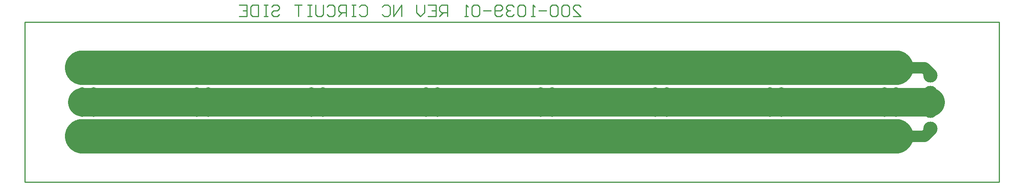
<source format=gbl>
*%FSLAX23Y23*%
*%MOIN*%
G01*
%ADD11C,0.007*%
%ADD12C,0.008*%
%ADD13C,0.010*%
%ADD14C,0.012*%
%ADD15C,0.036*%
%ADD16C,0.056*%
%ADD17C,0.062*%
%ADD18C,0.066*%
%ADD19C,0.068*%
%ADD20C,0.070*%
%ADD21C,0.090*%
%ADD22C,0.100*%
%ADD23C,0.125*%
%ADD24C,0.131*%
%ADD25C,0.250*%
%ADD26R,0.062X0.062*%
%ADD27R,0.068X0.068*%
D13*
X10357Y8502D02*
X10424D01*
X10357Y8569D01*
Y8585D01*
X10374Y8602D01*
X10407D01*
X10424Y8585D01*
X10324D02*
X10307Y8602D01*
X10274D01*
X10257Y8585D01*
Y8519D01*
X10274Y8502D01*
X10307D01*
X10324Y8519D01*
Y8585D01*
X10224D02*
X10207Y8602D01*
X10174D01*
X10157Y8585D01*
Y8519D01*
X10174Y8502D01*
X10207D01*
X10224Y8519D01*
Y8585D01*
X10124Y8552D02*
X10057D01*
X10024Y8502D02*
X9991D01*
X10007D01*
Y8602D01*
X10008D01*
X10007D02*
X10024Y8585D01*
X9941D02*
X9924Y8602D01*
X9891D01*
X9874Y8585D01*
Y8519D01*
X9891Y8502D01*
X9924D01*
X9941Y8519D01*
Y8585D01*
X9841D02*
X9824Y8602D01*
X9791D01*
X9774Y8585D01*
Y8569D01*
X9775D01*
X9774D02*
X9775D01*
X9774D02*
X9775D01*
X9774D02*
X9791Y8552D01*
X9808D01*
X9791D01*
X9774Y8535D01*
Y8519D01*
X9791Y8502D01*
X9824D01*
X9841Y8519D01*
X9741D02*
X9724Y8502D01*
X9691D01*
X9674Y8519D01*
Y8585D01*
X9691Y8602D01*
X9724D01*
X9741Y8585D01*
Y8569D01*
X9724Y8552D01*
X9674D01*
X9641D02*
X9574D01*
X9541Y8585D02*
X9524Y8602D01*
X9491D01*
X9474Y8585D01*
Y8519D01*
X9491Y8502D01*
X9524D01*
X9541Y8519D01*
Y8585D01*
X9441Y8502D02*
X9408D01*
X9424D01*
Y8602D01*
X9425D01*
X9424D02*
X9441Y8585D01*
X9258Y8602D02*
Y8502D01*
Y8602D02*
X9208D01*
X9191Y8585D01*
Y8552D01*
X9208Y8535D01*
X9258D01*
X9224D02*
X9191Y8502D01*
X9158Y8602D02*
X9091D01*
X9158D02*
Y8502D01*
X9091D01*
X9124Y8552D02*
X9158D01*
X9058Y8535D02*
Y8602D01*
Y8535D02*
X9024Y8502D01*
X8991Y8535D01*
Y8602D01*
X8858D02*
Y8502D01*
X8791D02*
X8858Y8602D01*
X8791D02*
Y8502D01*
X8691Y8585D02*
X8708Y8602D01*
X8741D01*
X8758Y8585D01*
Y8519D01*
X8741Y8502D01*
X8708D01*
X8691Y8519D01*
X8508Y8602D02*
X8491Y8585D01*
X8508Y8602D02*
X8541D01*
X8558Y8585D01*
Y8519D01*
X8541Y8502D01*
X8508D01*
X8491Y8519D01*
X8458Y8602D02*
X8425D01*
X8441D01*
Y8502D01*
X8458D01*
X8425D01*
X8375D02*
Y8602D01*
X8325D01*
X8308Y8585D01*
Y8552D01*
X8325Y8535D01*
X8375D01*
X8341D02*
X8308Y8502D01*
X8208Y8585D02*
X8225Y8602D01*
X8258D01*
X8275Y8585D01*
Y8519D01*
X8258Y8502D01*
X8225D01*
X8208Y8519D01*
X8175D02*
Y8602D01*
Y8519D02*
X8158Y8502D01*
X8125D01*
X8108Y8519D01*
Y8602D01*
X8075D02*
X8041D01*
X8058D01*
Y8502D01*
X8075D01*
X8041D01*
X7991Y8602D02*
X7925D01*
X7958D01*
Y8502D01*
X7742Y8602D02*
X7725Y8585D01*
X7742Y8602D02*
X7775D01*
X7792Y8585D01*
Y8569D01*
X7775Y8552D01*
X7742D01*
X7725Y8535D01*
Y8519D01*
X7742Y8502D01*
X7775D01*
X7792Y8519D01*
X7692Y8602D02*
X7658D01*
X7675D01*
Y8502D01*
X7692D01*
X7658D01*
X7608D02*
Y8602D01*
Y8502D02*
X7558D01*
X7542Y8519D01*
Y8585D01*
X7558Y8602D01*
X7608D01*
X7508D02*
X7442D01*
X7508D02*
Y8502D01*
X7442D01*
X7475Y8552D02*
X7508D01*
X5574Y7052D02*
X14074D01*
Y8452D02*
X5574D01*
X14074D02*
Y7052D01*
X5574D02*
Y8452D01*
D14*
X6074Y7596D02*
X13174D01*
X13177Y7596D01*
X13180Y7596D01*
X13183Y7596D01*
X13186Y7596D01*
X13189Y7595D01*
X13192Y7595D01*
X13195Y7595D01*
X13198Y7594D01*
X13200Y7594D01*
X13203Y7593D01*
X13206Y7592D01*
X13209Y7592D01*
X13212Y7591D01*
X13215Y7590D01*
X13218Y7589D01*
X13220Y7588D01*
X13223Y7587D01*
X13226Y7586D01*
X13229Y7585D01*
X13231Y7584D01*
X13234Y7583D01*
X13237Y7582D01*
X13240Y7580D01*
X13242Y7579D01*
X13245Y7577D01*
X13247Y7576D01*
X13250Y7574D01*
X13252Y7573D01*
X13255Y7571D01*
X13257Y7570D01*
X13260Y7568D01*
X13262Y7566D01*
X13264Y7564D01*
X13267Y7562D01*
X13269Y7560D01*
X13271Y7558D01*
X13273Y7556D01*
X13275Y7554D01*
X13277Y7552D01*
X13279Y7550D01*
X13281Y7548D01*
X13283Y7546D01*
X13285Y7543D01*
X13287Y7541D01*
X13289Y7539D01*
X13291Y7536D01*
X13292Y7534D01*
X13294Y7532D01*
X13296Y7529D01*
X13297Y7527D01*
X13299Y7524D01*
X13300Y7521D01*
X13302Y7519D01*
X13303Y7516D01*
X13304Y7514D01*
X13305Y7511D01*
X13307Y7508D01*
X13308Y7505D01*
X13309Y7503D01*
X13310Y7500D01*
X13311Y7497D01*
X13312Y7494D01*
X13313Y7491D01*
X13313Y7489D01*
X13314Y7486D01*
X13315Y7483D01*
X13315Y7480D01*
X13316Y7477D01*
X13316Y7474D01*
X13317Y7471D01*
X13317Y7468D01*
X13317Y7465D01*
X13318Y7462D01*
X13318Y7459D01*
X13318Y7456D01*
X13318Y7453D01*
Y7451D01*
X13318Y7448D01*
X13318Y7445D01*
X13318Y7442D01*
X13317Y7439D01*
X13317Y7436D01*
X13317Y7433D01*
X13316Y7430D01*
X13316Y7427D01*
X13315Y7424D01*
X13315Y7421D01*
X13314Y7418D01*
X13313Y7415D01*
X13313Y7413D01*
X13312Y7410D01*
X13311Y7407D01*
X13310Y7404D01*
X13309Y7401D01*
X13308Y7399D01*
X13307Y7396D01*
X13305Y7393D01*
X13304Y7390D01*
X13303Y7388D01*
X13302Y7385D01*
X13300Y7383D01*
X13299Y7380D01*
X13297Y7377D01*
X13296Y7375D01*
X13294Y7372D01*
X13292Y7370D01*
X13291Y7368D01*
X13289Y7365D01*
X13287Y7363D01*
X13285Y7361D01*
X13283Y7358D01*
X13281Y7356D01*
X13279Y7354D01*
X13277Y7352D01*
X13275Y7350D01*
X13273Y7348D01*
X13271Y7346D01*
X13269Y7344D01*
X13267Y7342D01*
X13264Y7340D01*
X13262Y7338D01*
X13260Y7336D01*
X13257Y7334D01*
X13255Y7333D01*
X13252Y7331D01*
X13250Y7330D01*
X13247Y7328D01*
X13245Y7327D01*
X13242Y7325D01*
X13240Y7324D01*
X13237Y7322D01*
X13234Y7321D01*
X13231Y7320D01*
X13229Y7319D01*
X13226Y7318D01*
X13223Y7317D01*
X13220Y7316D01*
X13218Y7315D01*
X13215Y7314D01*
X13212Y7313D01*
X13209Y7312D01*
X13206Y7312D01*
X13203Y7311D01*
X13200Y7310D01*
X13198Y7310D01*
X13195Y7309D01*
X13192Y7309D01*
X13189Y7309D01*
X13186Y7308D01*
X13183Y7308D01*
X13180Y7308D01*
X13177Y7308D01*
X13174Y7308D01*
X6074D01*
X6071Y7308D01*
X6068Y7308D01*
X6065Y7308D01*
X6062Y7308D01*
X6059Y7309D01*
X6056Y7309D01*
X6053Y7309D01*
X6050Y7310D01*
X6048Y7310D01*
X6045Y7311D01*
X6042Y7312D01*
X6039Y7312D01*
X6036Y7313D01*
X6033Y7314D01*
X6030Y7315D01*
X6028Y7316D01*
X6025Y7317D01*
X6022Y7318D01*
X6019Y7319D01*
X6017Y7320D01*
X6014Y7321D01*
X6011Y7322D01*
X6008Y7324D01*
X6006Y7325D01*
X6003Y7327D01*
X6001Y7328D01*
X5998Y7330D01*
X5996Y7331D01*
X5993Y7333D01*
X5991Y7334D01*
X5988Y7336D01*
X5986Y7338D01*
X5984Y7340D01*
X5981Y7342D01*
X5979Y7344D01*
X5977Y7346D01*
X5975Y7348D01*
X5973Y7350D01*
X5971Y7352D01*
X5969Y7354D01*
X5967Y7356D01*
X5965Y7358D01*
X5963Y7361D01*
X5961Y7363D01*
X5959Y7365D01*
X5957Y7368D01*
X5956Y7370D01*
X5954Y7372D01*
X5952Y7375D01*
X5951Y7377D01*
X5949Y7380D01*
X5948Y7383D01*
X5946Y7385D01*
X5945Y7388D01*
X5944Y7390D01*
X5943Y7393D01*
X5941Y7396D01*
X5940Y7399D01*
X5939Y7401D01*
X5938Y7404D01*
X5937Y7407D01*
X5936Y7410D01*
X5935Y7413D01*
X5935Y7415D01*
X5934Y7418D01*
X5933Y7421D01*
X5933Y7424D01*
X5932Y7427D01*
X5932Y7430D01*
X5931Y7433D01*
X5931Y7436D01*
X5931Y7439D01*
X5930Y7442D01*
X5930Y7445D01*
X5930Y7448D01*
X5930Y7451D01*
Y7453D01*
X5930Y7456D01*
X5930Y7459D01*
X5930Y7462D01*
X5931Y7465D01*
X5931Y7468D01*
X5931Y7471D01*
X5932Y7474D01*
X5932Y7477D01*
X5933Y7480D01*
X5933Y7483D01*
X5934Y7486D01*
X5935Y7489D01*
X5935Y7491D01*
X5936Y7494D01*
X5937Y7497D01*
X5938Y7500D01*
X5939Y7503D01*
X5940Y7505D01*
X5941Y7508D01*
X5943Y7511D01*
X5944Y7514D01*
X5945Y7516D01*
X5946Y7519D01*
X5948Y7521D01*
X5949Y7524D01*
X5951Y7527D01*
X5952Y7529D01*
X5954Y7532D01*
X5956Y7534D01*
X5957Y7536D01*
X5959Y7539D01*
X5961Y7541D01*
X5963Y7543D01*
X5965Y7546D01*
X5967Y7548D01*
X5969Y7550D01*
X5971Y7552D01*
X5973Y7554D01*
X5975Y7556D01*
X5977Y7558D01*
X5979Y7560D01*
X5981Y7562D01*
X5984Y7564D01*
X5986Y7566D01*
X5988Y7568D01*
X5991Y7570D01*
X5993Y7571D01*
X5996Y7573D01*
X5998Y7574D01*
X6001Y7576D01*
X6003Y7577D01*
X6006Y7579D01*
X6008Y7580D01*
X6011Y7582D01*
X6014Y7583D01*
X6017Y7584D01*
X6019Y7585D01*
X6022Y7586D01*
X6025Y7587D01*
X6028Y7588D01*
X6030Y7589D01*
X6033Y7590D01*
X6036Y7591D01*
X6039Y7592D01*
X6042Y7592D01*
X6045Y7593D01*
X6048Y7594D01*
X6050Y7594D01*
X6053Y7595D01*
X6056Y7595D01*
X6059Y7595D01*
X6062Y7596D01*
X6065Y7596D01*
X6068Y7596D01*
X6071Y7596D01*
X6074Y7596D01*
Y7586D02*
X13174D01*
X13177Y7586D01*
X13180Y7586D01*
X13183Y7586D01*
X13186Y7585D01*
X13189Y7585D01*
X13192Y7585D01*
X13195Y7584D01*
X13198Y7584D01*
X13201Y7583D01*
X13204Y7583D01*
X13207Y7582D01*
X13209Y7581D01*
X13212Y7580D01*
X13215Y7580D01*
X13218Y7579D01*
X13221Y7578D01*
X13224Y7577D01*
X13226Y7575D01*
X13229Y7574D01*
X13232Y7573D01*
X13234Y7572D01*
X13237Y7570D01*
X13240Y7569D01*
X13242Y7567D01*
X13245Y7566D01*
X13247Y7564D01*
X13250Y7562D01*
X13252Y7561D01*
X13255Y7559D01*
X13257Y7557D01*
X13259Y7555D01*
X13262Y7553D01*
X13264Y7551D01*
X13266Y7549D01*
X13268Y7547D01*
X13270Y7545D01*
X13272Y7543D01*
X13274Y7541D01*
X13276Y7539D01*
X13278Y7536D01*
X13280Y7534D01*
X13282Y7531D01*
X13284Y7529D01*
X13285Y7527D01*
X13287Y7524D01*
X13289Y7522D01*
X13290Y7519D01*
X13292Y7516D01*
X13293Y7514D01*
X13294Y7511D01*
X13296Y7508D01*
X13297Y7506D01*
X13298Y7503D01*
X13299Y7500D01*
X13300Y7497D01*
X13301Y7495D01*
X13302Y7492D01*
X13303Y7489D01*
X13304Y7486D01*
X13304Y7483D01*
X13305Y7480D01*
X13306Y7477D01*
X13306Y7474D01*
X13307Y7471D01*
X13307Y7468D01*
X13307Y7465D01*
X13308Y7462D01*
X13308Y7459D01*
X13308Y7456D01*
X13308Y7453D01*
Y7451D01*
X13308Y7448D01*
X13308Y7445D01*
X13308Y7442D01*
X13307Y7439D01*
X13307Y7436D01*
X13307Y7433D01*
X13306Y7430D01*
X13306Y7427D01*
X13305Y7424D01*
X13304Y7421D01*
X13304Y7418D01*
X13303Y7415D01*
X13302Y7412D01*
X13301Y7409D01*
X13300Y7407D01*
X13299Y7404D01*
X13298Y7401D01*
X13297Y7398D01*
X13296Y7396D01*
X13294Y7393D01*
X13293Y7390D01*
X13292Y7388D01*
X13290Y7385D01*
X13289Y7382D01*
X13287Y7380D01*
X13285Y7377D01*
X13284Y7375D01*
X13282Y7373D01*
X13280Y7370D01*
X13278Y7368D01*
X13276Y7365D01*
X13274Y7363D01*
X13272Y7361D01*
X13270Y7359D01*
X13268Y7357D01*
X13266Y7355D01*
X13264Y7353D01*
X13262Y7351D01*
X13259Y7349D01*
X13257Y7347D01*
X13255Y7345D01*
X13252Y7343D01*
X13250Y7342D01*
X13247Y7340D01*
X13245Y7338D01*
X13242Y7337D01*
X13240Y7335D01*
X13237Y7334D01*
X13234Y7332D01*
X13232Y7331D01*
X13229Y7330D01*
X13226Y7329D01*
X13224Y7327D01*
X13221Y7326D01*
X13218Y7325D01*
X13215Y7324D01*
X13212Y7324D01*
X13209Y7323D01*
X13207Y7322D01*
X13204Y7321D01*
X13201Y7321D01*
X13198Y7320D01*
X13195Y7320D01*
X13192Y7319D01*
X13189Y7319D01*
X13186Y7319D01*
X13183Y7318D01*
X13180Y7318D01*
X13177Y7318D01*
X13174Y7318D01*
X6074D01*
X6071Y7318D01*
X6068Y7318D01*
X6065Y7318D01*
X6062Y7319D01*
X6059Y7319D01*
X6056Y7319D01*
X6053Y7320D01*
X6050Y7320D01*
X6047Y7321D01*
X6044Y7321D01*
X6041Y7322D01*
X6039Y7323D01*
X6036Y7324D01*
X6033Y7324D01*
X6030Y7325D01*
X6027Y7326D01*
X6024Y7327D01*
X6022Y7329D01*
X6019Y7330D01*
X6016Y7331D01*
X6014Y7332D01*
X6011Y7334D01*
X6008Y7335D01*
X6006Y7337D01*
X6003Y7338D01*
X6001Y7340D01*
X5998Y7342D01*
X5996Y7343D01*
X5993Y7345D01*
X5991Y7347D01*
X5989Y7349D01*
X5986Y7351D01*
X5984Y7353D01*
X5982Y7355D01*
X5980Y7357D01*
X5978Y7359D01*
X5976Y7361D01*
X5974Y7363D01*
X5972Y7365D01*
X5970Y7368D01*
X5968Y7370D01*
X5966Y7373D01*
X5964Y7375D01*
X5963Y7377D01*
X5961Y7380D01*
X5959Y7382D01*
X5958Y7385D01*
X5956Y7388D01*
X5955Y7390D01*
X5954Y7393D01*
X5952Y7396D01*
X5951Y7398D01*
X5950Y7401D01*
X5949Y7404D01*
X5948Y7407D01*
X5947Y7409D01*
X5946Y7412D01*
X5945Y7415D01*
X5944Y7418D01*
X5944Y7421D01*
X5943Y7424D01*
X5942Y7427D01*
X5942Y7430D01*
X5941Y7433D01*
X5941Y7436D01*
X5941Y7439D01*
X5940Y7442D01*
X5940Y7445D01*
X5940Y7448D01*
X5940Y7451D01*
Y7453D01*
X5940Y7456D01*
X5940Y7459D01*
X5940Y7462D01*
X5941Y7465D01*
X5941Y7468D01*
X5941Y7471D01*
X5942Y7474D01*
X5942Y7477D01*
X5943Y7480D01*
X5944Y7483D01*
X5944Y7486D01*
X5945Y7489D01*
X5946Y7492D01*
X5947Y7495D01*
X5948Y7497D01*
X5949Y7500D01*
X5950Y7503D01*
X5951Y7506D01*
X5952Y7508D01*
X5954Y7511D01*
X5955Y7514D01*
X5956Y7516D01*
X5958Y7519D01*
X5959Y7522D01*
X5961Y7524D01*
X5963Y7527D01*
X5964Y7529D01*
X5966Y7531D01*
X5968Y7534D01*
X5970Y7536D01*
X5972Y7539D01*
X5974Y7541D01*
X5976Y7543D01*
X5978Y7545D01*
X5980Y7547D01*
X5982Y7549D01*
X5984Y7551D01*
X5986Y7553D01*
X5989Y7555D01*
X5991Y7557D01*
X5993Y7559D01*
X5996Y7561D01*
X5998Y7562D01*
X6001Y7564D01*
X6003Y7566D01*
X6006Y7567D01*
X6008Y7569D01*
X6011Y7570D01*
X6014Y7572D01*
X6016Y7573D01*
X6019Y7574D01*
X6022Y7575D01*
X6024Y7577D01*
X6027Y7578D01*
X6030Y7579D01*
X6033Y7580D01*
X6036Y7580D01*
X6039Y7581D01*
X6041Y7582D01*
X6044Y7583D01*
X6047Y7583D01*
X6050Y7584D01*
X6053Y7584D01*
X6056Y7585D01*
X6059Y7585D01*
X6062Y7585D01*
X6065Y7586D01*
X6068Y7586D01*
X6071Y7586D01*
X6074Y7586D01*
Y7576D02*
X13174D01*
X13177Y7576D01*
X13180Y7576D01*
X13183Y7576D01*
X13186Y7575D01*
X13189Y7575D01*
X13192Y7575D01*
X13195Y7574D01*
X13198Y7574D01*
X13201Y7573D01*
X13204Y7572D01*
X13207Y7572D01*
X13210Y7571D01*
X13213Y7570D01*
X13215Y7569D01*
X13218Y7568D01*
X13221Y7567D01*
X13224Y7566D01*
X13227Y7564D01*
X13229Y7563D01*
X13232Y7562D01*
X13235Y7560D01*
X13237Y7559D01*
X13240Y7557D01*
X13242Y7555D01*
X13245Y7554D01*
X13247Y7552D01*
X13250Y7550D01*
X13252Y7548D01*
X13254Y7546D01*
X13257Y7544D01*
X13259Y7542D01*
X13261Y7540D01*
X13263Y7538D01*
X13265Y7536D01*
X13267Y7534D01*
X13269Y7531D01*
X13271Y7529D01*
X13273Y7527D01*
X13275Y7524D01*
X13277Y7522D01*
X13278Y7519D01*
X13280Y7517D01*
X13281Y7514D01*
X13283Y7511D01*
X13284Y7509D01*
X13286Y7506D01*
X13287Y7503D01*
X13288Y7500D01*
X13289Y7498D01*
X13290Y7495D01*
X13291Y7492D01*
X13292Y7489D01*
X13293Y7486D01*
X13294Y7483D01*
X13295Y7480D01*
X13295Y7477D01*
X13296Y7475D01*
X13296Y7472D01*
X13297Y7469D01*
X13297Y7466D01*
X13298Y7463D01*
X13298Y7460D01*
X13298Y7457D01*
X13298Y7454D01*
Y7450D01*
X13298Y7447D01*
X13298Y7444D01*
X13298Y7441D01*
X13297Y7438D01*
X13297Y7435D01*
X13296Y7432D01*
X13296Y7429D01*
X13295Y7427D01*
X13295Y7424D01*
X13294Y7421D01*
X13293Y7418D01*
X13292Y7415D01*
X13291Y7412D01*
X13290Y7409D01*
X13289Y7406D01*
X13288Y7404D01*
X13287Y7401D01*
X13286Y7398D01*
X13284Y7395D01*
X13283Y7393D01*
X13281Y7390D01*
X13280Y7387D01*
X13278Y7385D01*
X13277Y7382D01*
X13275Y7380D01*
X13273Y7377D01*
X13271Y7375D01*
X13269Y7373D01*
X13267Y7370D01*
X13265Y7368D01*
X13263Y7366D01*
X13261Y7364D01*
X13259Y7362D01*
X13257Y7360D01*
X13254Y7358D01*
X13252Y7356D01*
X13250Y7354D01*
X13247Y7352D01*
X13245Y7350D01*
X13242Y7349D01*
X13240Y7347D01*
X13237Y7345D01*
X13235Y7344D01*
X13232Y7342D01*
X13229Y7341D01*
X13227Y7340D01*
X13224Y7338D01*
X13221Y7337D01*
X13218Y7336D01*
X13215Y7335D01*
X13213Y7334D01*
X13210Y7333D01*
X13207Y7332D01*
X13204Y7332D01*
X13201Y7331D01*
X13198Y7330D01*
X13195Y7330D01*
X13192Y7329D01*
X13189Y7329D01*
X13186Y7329D01*
X13183Y7328D01*
X13180Y7328D01*
X13177Y7328D01*
X13174Y7328D01*
X6074D01*
X6071Y7328D01*
X6068Y7328D01*
X6065Y7328D01*
X6062Y7329D01*
X6059Y7329D01*
X6056Y7329D01*
X6053Y7330D01*
X6050Y7330D01*
X6047Y7331D01*
X6044Y7332D01*
X6041Y7332D01*
X6038Y7333D01*
X6035Y7334D01*
X6033Y7335D01*
X6030Y7336D01*
X6027Y7337D01*
X6024Y7338D01*
X6021Y7340D01*
X6019Y7341D01*
X6016Y7342D01*
X6013Y7344D01*
X6011Y7345D01*
X6008Y7347D01*
X6006Y7349D01*
X6003Y7350D01*
X6001Y7352D01*
X5998Y7354D01*
X5996Y7356D01*
X5994Y7358D01*
X5991Y7360D01*
X5989Y7362D01*
X5987Y7364D01*
X5985Y7366D01*
X5983Y7368D01*
X5981Y7370D01*
X5979Y7373D01*
X5977Y7375D01*
X5975Y7377D01*
X5973Y7380D01*
X5971Y7382D01*
X5970Y7385D01*
X5968Y7387D01*
X5967Y7390D01*
X5965Y7393D01*
X5964Y7395D01*
X5962Y7398D01*
X5961Y7401D01*
X5960Y7404D01*
X5959Y7406D01*
X5958Y7409D01*
X5957Y7412D01*
X5956Y7415D01*
X5955Y7418D01*
X5954Y7421D01*
X5953Y7424D01*
X5953Y7427D01*
X5952Y7429D01*
X5952Y7432D01*
X5951Y7435D01*
X5951Y7438D01*
X5950Y7441D01*
X5950Y7444D01*
X5950Y7447D01*
X5950Y7450D01*
Y7454D01*
X5950Y7457D01*
X5950Y7460D01*
X5950Y7463D01*
X5951Y7466D01*
X5951Y7469D01*
X5952Y7472D01*
X5952Y7475D01*
X5953Y7477D01*
X5953Y7480D01*
X5954Y7483D01*
X5955Y7486D01*
X5956Y7489D01*
X5957Y7492D01*
X5958Y7495D01*
X5959Y7498D01*
X5960Y7500D01*
X5961Y7503D01*
X5962Y7506D01*
X5964Y7509D01*
X5965Y7511D01*
X5967Y7514D01*
X5968Y7517D01*
X5970Y7519D01*
X5971Y7522D01*
X5973Y7524D01*
X5975Y7527D01*
X5977Y7529D01*
X5979Y7531D01*
X5981Y7534D01*
X5983Y7536D01*
X5985Y7538D01*
X5987Y7540D01*
X5989Y7542D01*
X5991Y7544D01*
X5994Y7546D01*
X5996Y7548D01*
X5998Y7550D01*
X6001Y7552D01*
X6003Y7554D01*
X6006Y7555D01*
X6008Y7557D01*
X6011Y7559D01*
X6013Y7560D01*
X6016Y7562D01*
X6019Y7563D01*
X6021Y7564D01*
X6024Y7566D01*
X6027Y7567D01*
X6030Y7568D01*
X6033Y7569D01*
X6035Y7570D01*
X6038Y7571D01*
X6041Y7572D01*
X6044Y7572D01*
X6047Y7573D01*
X6050Y7574D01*
X6053Y7574D01*
X6056Y7575D01*
X6059Y7575D01*
X6062Y7575D01*
X6065Y7576D01*
X6068Y7576D01*
X6071Y7576D01*
X6074Y7576D01*
Y7566D02*
X13174D01*
X13177Y7566D01*
X13180Y7566D01*
X13183Y7566D01*
X13186Y7565D01*
X13189Y7565D01*
X13191Y7565D01*
X13194Y7564D01*
X13197Y7564D01*
X13200Y7563D01*
X13203Y7562D01*
X13206Y7562D01*
X13208Y7561D01*
X13211Y7560D01*
X13214Y7559D01*
X13217Y7558D01*
X13219Y7557D01*
X13222Y7555D01*
X13225Y7554D01*
X13227Y7553D01*
X13230Y7551D01*
X13232Y7550D01*
X13235Y7548D01*
X13237Y7547D01*
X13240Y7545D01*
X13242Y7544D01*
X13244Y7542D01*
X13247Y7540D01*
X13249Y7538D01*
X13251Y7536D01*
X13253Y7534D01*
X13255Y7532D01*
X13257Y7530D01*
X13259Y7528D01*
X13261Y7526D01*
X13263Y7523D01*
X13265Y7521D01*
X13266Y7519D01*
X13268Y7516D01*
X13270Y7514D01*
X13271Y7512D01*
X13273Y7509D01*
X13274Y7506D01*
X13276Y7504D01*
X13277Y7501D01*
X13278Y7499D01*
X13279Y7496D01*
X13280Y7493D01*
X13281Y7491D01*
X13282Y7488D01*
X13283Y7485D01*
X13284Y7482D01*
X13285Y7479D01*
X13285Y7477D01*
X13286Y7474D01*
X13286Y7471D01*
X13287Y7468D01*
X13287Y7465D01*
X13288Y7462D01*
X13288Y7459D01*
X13288Y7456D01*
X13288Y7453D01*
Y7451D01*
X13288Y7448D01*
X13288Y7445D01*
X13288Y7442D01*
X13287Y7439D01*
X13287Y7436D01*
X13286Y7433D01*
X13286Y7430D01*
X13285Y7427D01*
X13285Y7425D01*
X13284Y7422D01*
X13283Y7419D01*
X13282Y7416D01*
X13281Y7413D01*
X13280Y7411D01*
X13279Y7408D01*
X13278Y7405D01*
X13277Y7403D01*
X13276Y7400D01*
X13274Y7398D01*
X13273Y7395D01*
X13271Y7392D01*
X13270Y7390D01*
X13268Y7388D01*
X13266Y7385D01*
X13265Y7383D01*
X13263Y7381D01*
X13261Y7378D01*
X13259Y7376D01*
X13257Y7374D01*
X13255Y7372D01*
X13253Y7370D01*
X13251Y7368D01*
X13249Y7366D01*
X13247Y7364D01*
X13244Y7362D01*
X13242Y7360D01*
X13240Y7359D01*
X13237Y7357D01*
X13235Y7356D01*
X13232Y7354D01*
X13230Y7353D01*
X13227Y7351D01*
X13225Y7350D01*
X13222Y7349D01*
X13219Y7347D01*
X13217Y7346D01*
X13214Y7345D01*
X13211Y7344D01*
X13208Y7343D01*
X13206Y7342D01*
X13203Y7342D01*
X13200Y7341D01*
X13197Y7340D01*
X13194Y7340D01*
X13191Y7339D01*
X13189Y7339D01*
X13186Y7339D01*
X13183Y7338D01*
X13180Y7338D01*
X13177Y7338D01*
X13174Y7338D01*
X6074D01*
X6071Y7338D01*
X6068Y7338D01*
X6065Y7338D01*
X6062Y7339D01*
X6059Y7339D01*
X6057Y7339D01*
X6054Y7340D01*
X6051Y7340D01*
X6048Y7341D01*
X6045Y7342D01*
X6042Y7342D01*
X6040Y7343D01*
X6037Y7344D01*
X6034Y7345D01*
X6031Y7346D01*
X6029Y7347D01*
X6026Y7349D01*
X6023Y7350D01*
X6021Y7351D01*
X6018Y7353D01*
X6016Y7354D01*
X6013Y7356D01*
X6011Y7357D01*
X6008Y7359D01*
X6006Y7360D01*
X6004Y7362D01*
X6001Y7364D01*
X5999Y7366D01*
X5997Y7368D01*
X5995Y7370D01*
X5993Y7372D01*
X5991Y7374D01*
X5989Y7376D01*
X5987Y7378D01*
X5985Y7381D01*
X5983Y7383D01*
X5982Y7385D01*
X5980Y7388D01*
X5978Y7390D01*
X5977Y7392D01*
X5975Y7395D01*
X5974Y7398D01*
X5972Y7400D01*
X5971Y7403D01*
X5970Y7405D01*
X5969Y7408D01*
X5968Y7411D01*
X5967Y7413D01*
X5966Y7416D01*
X5965Y7419D01*
X5964Y7422D01*
X5963Y7425D01*
X5963Y7427D01*
X5962Y7430D01*
X5962Y7433D01*
X5961Y7436D01*
X5961Y7439D01*
X5960Y7442D01*
X5960Y7445D01*
X5960Y7448D01*
X5960Y7451D01*
Y7453D01*
X5960Y7456D01*
X5960Y7459D01*
X5960Y7462D01*
X5961Y7465D01*
X5961Y7468D01*
X5962Y7471D01*
X5962Y7474D01*
X5963Y7477D01*
X5963Y7479D01*
X5964Y7482D01*
X5965Y7485D01*
X5966Y7488D01*
X5967Y7491D01*
X5968Y7493D01*
X5969Y7496D01*
X5970Y7499D01*
X5971Y7501D01*
X5972Y7504D01*
X5974Y7506D01*
X5975Y7509D01*
X5977Y7512D01*
X5978Y7514D01*
X5980Y7516D01*
X5982Y7519D01*
X5983Y7521D01*
X5985Y7523D01*
X5987Y7526D01*
X5989Y7528D01*
X5991Y7530D01*
X5993Y7532D01*
X5995Y7534D01*
X5997Y7536D01*
X5999Y7538D01*
X6001Y7540D01*
X6004Y7542D01*
X6006Y7544D01*
X6008Y7545D01*
X6011Y7547D01*
X6013Y7548D01*
X6016Y7550D01*
X6018Y7551D01*
X6021Y7553D01*
X6023Y7554D01*
X6026Y7555D01*
X6029Y7557D01*
X6031Y7558D01*
X6034Y7559D01*
X6037Y7560D01*
X6040Y7561D01*
X6042Y7562D01*
X6045Y7562D01*
X6048Y7563D01*
X6051Y7564D01*
X6054Y7564D01*
X6057Y7565D01*
X6059Y7565D01*
X6062Y7565D01*
X6065Y7566D01*
X6068Y7566D01*
X6071Y7566D01*
X6074Y7566D01*
Y7556D02*
X13174D01*
X13177Y7556D01*
X13180Y7556D01*
X13183Y7556D01*
X13186Y7555D01*
X13189Y7555D01*
X13192Y7555D01*
X13194Y7554D01*
X13197Y7553D01*
X13200Y7553D01*
X13203Y7552D01*
X13206Y7551D01*
X13209Y7550D01*
X13211Y7549D01*
X13214Y7548D01*
X13217Y7547D01*
X13220Y7546D01*
X13222Y7544D01*
X13225Y7543D01*
X13227Y7541D01*
X13230Y7540D01*
X13232Y7538D01*
X13235Y7536D01*
X13237Y7535D01*
X13239Y7533D01*
X13242Y7531D01*
X13244Y7529D01*
X13246Y7527D01*
X13248Y7525D01*
X13250Y7523D01*
X13252Y7521D01*
X13254Y7518D01*
X13256Y7516D01*
X13258Y7514D01*
X13259Y7511D01*
X13261Y7509D01*
X13263Y7507D01*
X13264Y7504D01*
X13266Y7501D01*
X13267Y7499D01*
X13268Y7496D01*
X13269Y7493D01*
X13271Y7491D01*
X13272Y7488D01*
X13273Y7485D01*
X13273Y7482D01*
X13274Y7480D01*
X13275Y7477D01*
X13276Y7474D01*
X13276Y7471D01*
X13277Y7468D01*
X13277Y7465D01*
X13277Y7462D01*
X13278Y7459D01*
X13278Y7456D01*
X13278Y7453D01*
Y7451D01*
X13278Y7448D01*
X13278Y7445D01*
X13277Y7442D01*
X13277Y7439D01*
X13277Y7436D01*
X13276Y7433D01*
X13276Y7430D01*
X13275Y7427D01*
X13274Y7424D01*
X13273Y7422D01*
X13273Y7419D01*
X13272Y7416D01*
X13271Y7413D01*
X13269Y7411D01*
X13268Y7408D01*
X13267Y7405D01*
X13266Y7403D01*
X13264Y7400D01*
X13263Y7397D01*
X13261Y7395D01*
X13259Y7393D01*
X13258Y7390D01*
X13256Y7388D01*
X13254Y7386D01*
X13252Y7383D01*
X13250Y7381D01*
X13248Y7379D01*
X13246Y7377D01*
X13244Y7375D01*
X13242Y7373D01*
X13239Y7371D01*
X13237Y7369D01*
X13235Y7368D01*
X13232Y7366D01*
X13230Y7364D01*
X13227Y7363D01*
X13225Y7361D01*
X13222Y7360D01*
X13220Y7358D01*
X13217Y7357D01*
X13214Y7356D01*
X13211Y7355D01*
X13209Y7354D01*
X13206Y7353D01*
X13203Y7352D01*
X13200Y7351D01*
X13197Y7351D01*
X13194Y7350D01*
X13192Y7349D01*
X13189Y7349D01*
X13186Y7349D01*
X13183Y7348D01*
X13180Y7348D01*
X13177Y7348D01*
X13174Y7348D01*
X6074D01*
X6071Y7348D01*
X6068Y7348D01*
X6065Y7348D01*
X6062Y7349D01*
X6059Y7349D01*
X6056Y7349D01*
X6054Y7350D01*
X6051Y7351D01*
X6048Y7351D01*
X6045Y7352D01*
X6042Y7353D01*
X6039Y7354D01*
X6037Y7355D01*
X6034Y7356D01*
X6031Y7357D01*
X6028Y7358D01*
X6026Y7360D01*
X6023Y7361D01*
X6021Y7363D01*
X6018Y7364D01*
X6016Y7366D01*
X6013Y7368D01*
X6011Y7369D01*
X6009Y7371D01*
X6006Y7373D01*
X6004Y7375D01*
X6002Y7377D01*
X6000Y7379D01*
X5998Y7381D01*
X5996Y7383D01*
X5994Y7386D01*
X5992Y7388D01*
X5990Y7390D01*
X5989Y7393D01*
X5987Y7395D01*
X5985Y7397D01*
X5984Y7400D01*
X5982Y7403D01*
X5981Y7405D01*
X5980Y7408D01*
X5979Y7411D01*
X5977Y7413D01*
X5976Y7416D01*
X5975Y7419D01*
X5975Y7422D01*
X5974Y7424D01*
X5973Y7427D01*
X5972Y7430D01*
X5972Y7433D01*
X5971Y7436D01*
X5971Y7439D01*
X5971Y7442D01*
X5970Y7445D01*
X5970Y7448D01*
X5970Y7451D01*
Y7453D01*
X5970Y7456D01*
X5970Y7459D01*
X5971Y7462D01*
X5971Y7465D01*
X5971Y7468D01*
X5972Y7471D01*
X5972Y7474D01*
X5973Y7477D01*
X5974Y7480D01*
X5975Y7482D01*
X5975Y7485D01*
X5976Y7488D01*
X5977Y7491D01*
X5979Y7493D01*
X5980Y7496D01*
X5981Y7499D01*
X5982Y7501D01*
X5984Y7504D01*
X5985Y7507D01*
X5987Y7509D01*
X5989Y7511D01*
X5990Y7514D01*
X5992Y7516D01*
X5994Y7518D01*
X5996Y7521D01*
X5998Y7523D01*
X6000Y7525D01*
X6002Y7527D01*
X6004Y7529D01*
X6006Y7531D01*
X6009Y7533D01*
X6011Y7535D01*
X6013Y7536D01*
X6016Y7538D01*
X6018Y7540D01*
X6021Y7541D01*
X6023Y7543D01*
X6026Y7544D01*
X6028Y7546D01*
X6031Y7547D01*
X6034Y7548D01*
X6037Y7549D01*
X6039Y7550D01*
X6042Y7551D01*
X6045Y7552D01*
X6048Y7553D01*
X6051Y7553D01*
X6054Y7554D01*
X6056Y7555D01*
X6059Y7555D01*
X6062Y7555D01*
X6065Y7556D01*
X6068Y7556D01*
X6071Y7556D01*
X6074Y7556D01*
Y7546D02*
X13174D01*
X13177Y7546D01*
X13180Y7546D01*
X13183Y7546D01*
X13186Y7545D01*
X13189Y7545D01*
X13192Y7544D01*
X13195Y7544D01*
X13198Y7543D01*
X13200Y7542D01*
X13203Y7541D01*
X13206Y7540D01*
X13209Y7539D01*
X13212Y7538D01*
X13214Y7537D01*
X13217Y7536D01*
X13220Y7534D01*
X13222Y7533D01*
X13225Y7531D01*
X13227Y7529D01*
X13230Y7528D01*
X13232Y7526D01*
X13234Y7524D01*
X13237Y7522D01*
X13239Y7520D01*
X13241Y7518D01*
X13243Y7516D01*
X13245Y7514D01*
X13247Y7511D01*
X13249Y7509D01*
X13251Y7507D01*
X13252Y7504D01*
X13254Y7502D01*
X13255Y7499D01*
X13257Y7496D01*
X13258Y7494D01*
X13260Y7491D01*
X13261Y7488D01*
X13262Y7486D01*
X13263Y7483D01*
X13264Y7480D01*
X13265Y7477D01*
X13265Y7474D01*
X13266Y7471D01*
X13267Y7468D01*
X13267Y7465D01*
X13267Y7462D01*
X13268Y7459D01*
X13268Y7456D01*
X13268Y7453D01*
Y7451D01*
X13268Y7448D01*
X13268Y7445D01*
X13267Y7442D01*
X13267Y7439D01*
X13267Y7436D01*
X13266Y7433D01*
X13265Y7430D01*
X13265Y7427D01*
X13264Y7424D01*
X13263Y7421D01*
X13262Y7418D01*
X13261Y7416D01*
X13260Y7413D01*
X13258Y7410D01*
X13257Y7408D01*
X13255Y7405D01*
X13254Y7402D01*
X13252Y7400D01*
X13251Y7397D01*
X13249Y7395D01*
X13247Y7393D01*
X13245Y7390D01*
X13243Y7388D01*
X13241Y7386D01*
X13239Y7384D01*
X13237Y7382D01*
X13234Y7380D01*
X13232Y7378D01*
X13230Y7376D01*
X13227Y7375D01*
X13225Y7373D01*
X13222Y7371D01*
X13220Y7370D01*
X13217Y7368D01*
X13214Y7367D01*
X13212Y7366D01*
X13209Y7365D01*
X13206Y7364D01*
X13203Y7363D01*
X13200Y7362D01*
X13198Y7361D01*
X13195Y7360D01*
X13192Y7360D01*
X13189Y7359D01*
X13186Y7359D01*
X13183Y7358D01*
X13180Y7358D01*
X13177Y7358D01*
X13174Y7358D01*
X6074D01*
X6071Y7358D01*
X6068Y7358D01*
X6065Y7358D01*
X6062Y7359D01*
X6059Y7359D01*
X6056Y7360D01*
X6053Y7360D01*
X6050Y7361D01*
X6048Y7362D01*
X6045Y7363D01*
X6042Y7364D01*
X6039Y7365D01*
X6036Y7366D01*
X6034Y7367D01*
X6031Y7368D01*
X6028Y7370D01*
X6026Y7371D01*
X6023Y7373D01*
X6021Y7375D01*
X6018Y7376D01*
X6016Y7378D01*
X6014Y7380D01*
X6011Y7382D01*
X6009Y7384D01*
X6007Y7386D01*
X6005Y7388D01*
X6003Y7390D01*
X6001Y7393D01*
X5999Y7395D01*
X5997Y7397D01*
X5996Y7400D01*
X5994Y7402D01*
X5993Y7405D01*
X5991Y7408D01*
X5990Y7410D01*
X5988Y7413D01*
X5987Y7416D01*
X5986Y7418D01*
X5985Y7421D01*
X5984Y7424D01*
X5983Y7427D01*
X5983Y7430D01*
X5982Y7433D01*
X5981Y7436D01*
X5981Y7439D01*
X5981Y7442D01*
X5980Y7445D01*
X5980Y7448D01*
X5980Y7451D01*
Y7453D01*
X5980Y7456D01*
X5980Y7459D01*
X5981Y7462D01*
X5981Y7465D01*
X5981Y7468D01*
X5982Y7471D01*
X5983Y7474D01*
X5983Y7477D01*
X5984Y7480D01*
X5985Y7483D01*
X5986Y7486D01*
X5987Y7488D01*
X5988Y7491D01*
X5990Y7494D01*
X5991Y7496D01*
X5993Y7499D01*
X5994Y7502D01*
X5996Y7504D01*
X5997Y7507D01*
X5999Y7509D01*
X6001Y7511D01*
X6003Y7514D01*
X6005Y7516D01*
X6007Y7518D01*
X6009Y7520D01*
X6011Y7522D01*
X6014Y7524D01*
X6016Y7526D01*
X6018Y7528D01*
X6021Y7529D01*
X6023Y7531D01*
X6026Y7533D01*
X6028Y7534D01*
X6031Y7536D01*
X6034Y7537D01*
X6036Y7538D01*
X6039Y7539D01*
X6042Y7540D01*
X6045Y7541D01*
X6048Y7542D01*
X6050Y7543D01*
X6053Y7544D01*
X6056Y7544D01*
X6059Y7545D01*
X6062Y7545D01*
X6065Y7546D01*
X6068Y7546D01*
X6071Y7546D01*
X6074Y7546D01*
Y7536D02*
X13174D01*
X13177Y7536D01*
X13180Y7536D01*
X13182Y7536D01*
X13185Y7535D01*
X13188Y7535D01*
X13191Y7534D01*
X13194Y7534D01*
X13196Y7533D01*
X13199Y7532D01*
X13202Y7531D01*
X13204Y7530D01*
X13207Y7529D01*
X13210Y7528D01*
X13212Y7527D01*
X13215Y7525D01*
X13217Y7524D01*
X13220Y7523D01*
X13222Y7521D01*
X13224Y7519D01*
X13227Y7518D01*
X13229Y7516D01*
X13231Y7514D01*
X13233Y7512D01*
X13235Y7510D01*
X13237Y7508D01*
X13239Y7506D01*
X13240Y7503D01*
X13242Y7501D01*
X13244Y7499D01*
X13245Y7496D01*
X13247Y7494D01*
X13248Y7492D01*
X13249Y7489D01*
X13251Y7486D01*
X13252Y7484D01*
X13253Y7481D01*
X13254Y7478D01*
X13255Y7476D01*
X13255Y7473D01*
X13256Y7470D01*
X13257Y7468D01*
X13257Y7465D01*
X13257Y7462D01*
X13258Y7459D01*
X13258Y7456D01*
X13258Y7453D01*
Y7451D01*
X13258Y7448D01*
X13258Y7445D01*
X13257Y7442D01*
X13257Y7439D01*
X13257Y7436D01*
X13256Y7434D01*
X13255Y7431D01*
X13255Y7428D01*
X13254Y7426D01*
X13253Y7423D01*
X13252Y7420D01*
X13251Y7418D01*
X13249Y7415D01*
X13248Y7412D01*
X13247Y7410D01*
X13245Y7408D01*
X13244Y7405D01*
X13242Y7403D01*
X13240Y7401D01*
X13239Y7398D01*
X13237Y7396D01*
X13235Y7394D01*
X13233Y7392D01*
X13231Y7390D01*
X13229Y7388D01*
X13227Y7386D01*
X13224Y7385D01*
X13222Y7383D01*
X13220Y7381D01*
X13217Y7380D01*
X13215Y7379D01*
X13212Y7377D01*
X13210Y7376D01*
X13207Y7375D01*
X13204Y7374D01*
X13202Y7373D01*
X13199Y7372D01*
X13196Y7371D01*
X13194Y7370D01*
X13191Y7370D01*
X13188Y7369D01*
X13185Y7369D01*
X13182Y7368D01*
X13180Y7368D01*
X13177Y7368D01*
X13174Y7368D01*
X6074D01*
X6071Y7368D01*
X6068Y7368D01*
X6066Y7368D01*
X6063Y7369D01*
X6060Y7369D01*
X6057Y7370D01*
X6054Y7370D01*
X6052Y7371D01*
X6049Y7372D01*
X6046Y7373D01*
X6044Y7374D01*
X6041Y7375D01*
X6038Y7376D01*
X6036Y7377D01*
X6033Y7379D01*
X6031Y7380D01*
X6028Y7381D01*
X6026Y7383D01*
X6024Y7385D01*
X6021Y7386D01*
X6019Y7388D01*
X6017Y7390D01*
X6015Y7392D01*
X6013Y7394D01*
X6011Y7396D01*
X6009Y7398D01*
X6008Y7401D01*
X6006Y7403D01*
X6004Y7405D01*
X6003Y7408D01*
X6001Y7410D01*
X6000Y7412D01*
X5999Y7415D01*
X5997Y7418D01*
X5996Y7420D01*
X5995Y7423D01*
X5994Y7426D01*
X5993Y7428D01*
X5993Y7431D01*
X5992Y7434D01*
X5991Y7436D01*
X5991Y7439D01*
X5991Y7442D01*
X5990Y7445D01*
X5990Y7448D01*
X5990Y7451D01*
Y7453D01*
X5990Y7456D01*
X5990Y7459D01*
X5991Y7462D01*
X5991Y7465D01*
X5991Y7468D01*
X5992Y7470D01*
X5993Y7473D01*
X5993Y7476D01*
X5994Y7478D01*
X5995Y7481D01*
X5996Y7484D01*
X5997Y7486D01*
X5999Y7489D01*
X6000Y7492D01*
X6001Y7494D01*
X6003Y7496D01*
X6004Y7499D01*
X6006Y7501D01*
X6008Y7503D01*
X6009Y7506D01*
X6011Y7508D01*
X6013Y7510D01*
X6015Y7512D01*
X6017Y7514D01*
X6019Y7516D01*
X6021Y7518D01*
X6024Y7519D01*
X6026Y7521D01*
X6028Y7523D01*
X6031Y7524D01*
X6033Y7525D01*
X6036Y7527D01*
X6038Y7528D01*
X6041Y7529D01*
X6044Y7530D01*
X6046Y7531D01*
X6049Y7532D01*
X6052Y7533D01*
X6054Y7534D01*
X6057Y7534D01*
X6060Y7535D01*
X6063Y7535D01*
X6066Y7536D01*
X6068Y7536D01*
X6071Y7536D01*
X6074Y7536D01*
Y7526D02*
X13174D01*
X13177Y7526D01*
X13180Y7526D01*
X13183Y7526D01*
X13185Y7525D01*
X13188Y7525D01*
X13191Y7524D01*
X13194Y7523D01*
X13197Y7522D01*
X13199Y7522D01*
X13202Y7521D01*
X13205Y7519D01*
X13207Y7518D01*
X13210Y7517D01*
X13212Y7515D01*
X13215Y7514D01*
X13217Y7512D01*
X13219Y7510D01*
X13222Y7509D01*
X13224Y7507D01*
X13226Y7505D01*
X13228Y7503D01*
X13230Y7501D01*
X13232Y7498D01*
X13233Y7496D01*
X13235Y7494D01*
X13237Y7491D01*
X13238Y7489D01*
X13239Y7486D01*
X13241Y7484D01*
X13242Y7481D01*
X13243Y7479D01*
X13244Y7476D01*
X13245Y7473D01*
X13246Y7470D01*
X13246Y7468D01*
X13247Y7465D01*
X13247Y7462D01*
X13248Y7459D01*
X13248Y7456D01*
X13248Y7453D01*
Y7451D01*
X13248Y7448D01*
X13248Y7445D01*
X13247Y7442D01*
X13247Y7439D01*
X13246Y7436D01*
X13246Y7434D01*
X13245Y7431D01*
X13244Y7428D01*
X13243Y7425D01*
X13242Y7423D01*
X13241Y7420D01*
X13239Y7418D01*
X13238Y7415D01*
X13237Y7413D01*
X13235Y7410D01*
X13233Y7408D01*
X13232Y7406D01*
X13230Y7403D01*
X13228Y7401D01*
X13226Y7399D01*
X13224Y7397D01*
X13222Y7395D01*
X13219Y7394D01*
X13217Y7392D01*
X13215Y7390D01*
X13212Y7389D01*
X13210Y7387D01*
X13207Y7386D01*
X13205Y7385D01*
X13202Y7383D01*
X13199Y7382D01*
X13197Y7382D01*
X13194Y7381D01*
X13191Y7380D01*
X13188Y7379D01*
X13185Y7379D01*
X13183Y7378D01*
X13180Y7378D01*
X13177Y7378D01*
X13174Y7378D01*
X6074D01*
X6071Y7378D01*
X6068Y7378D01*
X6065Y7378D01*
X6063Y7379D01*
X6060Y7379D01*
X6057Y7380D01*
X6054Y7381D01*
X6051Y7382D01*
X6049Y7382D01*
X6046Y7383D01*
X6043Y7385D01*
X6041Y7386D01*
X6038Y7387D01*
X6036Y7389D01*
X6033Y7390D01*
X6031Y7392D01*
X6029Y7394D01*
X6026Y7395D01*
X6024Y7397D01*
X6022Y7399D01*
X6020Y7401D01*
X6018Y7403D01*
X6016Y7406D01*
X6015Y7408D01*
X6013Y7410D01*
X6011Y7413D01*
X6010Y7415D01*
X6009Y7418D01*
X6007Y7420D01*
X6006Y7423D01*
X6005Y7425D01*
X6004Y7428D01*
X6003Y7431D01*
X6002Y7434D01*
X6002Y7436D01*
X6001Y7439D01*
X6001Y7442D01*
X6000Y7445D01*
X6000Y7448D01*
X6000Y7451D01*
Y7453D01*
X6000Y7456D01*
X6000Y7459D01*
X6001Y7462D01*
X6001Y7465D01*
X6002Y7468D01*
X6002Y7470D01*
X6003Y7473D01*
X6004Y7476D01*
X6005Y7479D01*
X6006Y7481D01*
X6007Y7484D01*
X6009Y7486D01*
X6010Y7489D01*
X6011Y7491D01*
X6013Y7494D01*
X6015Y7496D01*
X6016Y7498D01*
X6018Y7501D01*
X6020Y7503D01*
X6022Y7505D01*
X6024Y7507D01*
X6026Y7509D01*
X6029Y7510D01*
X6031Y7512D01*
X6033Y7514D01*
X6036Y7515D01*
X6038Y7517D01*
X6041Y7518D01*
X6043Y7519D01*
X6046Y7521D01*
X6049Y7522D01*
X6051Y7522D01*
X6054Y7523D01*
X6057Y7524D01*
X6060Y7525D01*
X6063Y7525D01*
X6065Y7526D01*
X6068Y7526D01*
X6071Y7526D01*
X6074Y7526D01*
Y7516D02*
X13174D01*
X13177Y7516D01*
X13180Y7516D01*
X13183Y7515D01*
X13186Y7515D01*
X13188Y7514D01*
X13191Y7514D01*
X13194Y7513D01*
X13197Y7512D01*
X13199Y7511D01*
X13202Y7509D01*
X13205Y7508D01*
X13207Y7507D01*
X13210Y7505D01*
X13212Y7503D01*
X13214Y7502D01*
X13217Y7500D01*
X13219Y7498D01*
X13221Y7496D01*
X13223Y7494D01*
X13225Y7491D01*
X13226Y7489D01*
X13228Y7486D01*
X13229Y7484D01*
X13231Y7481D01*
X13232Y7479D01*
X13233Y7476D01*
X13234Y7473D01*
X13235Y7471D01*
X13236Y7468D01*
X13237Y7465D01*
X13237Y7462D01*
X13238Y7459D01*
X13238Y7456D01*
X13238Y7453D01*
Y7451D01*
X13238Y7448D01*
X13238Y7445D01*
X13237Y7442D01*
X13237Y7439D01*
X13236Y7436D01*
X13235Y7433D01*
X13234Y7431D01*
X13233Y7428D01*
X13232Y7425D01*
X13231Y7423D01*
X13229Y7420D01*
X13228Y7418D01*
X13226Y7415D01*
X13225Y7413D01*
X13223Y7410D01*
X13221Y7408D01*
X13219Y7406D01*
X13217Y7404D01*
X13214Y7402D01*
X13212Y7401D01*
X13210Y7399D01*
X13207Y7397D01*
X13205Y7396D01*
X13202Y7395D01*
X13199Y7393D01*
X13197Y7392D01*
X13194Y7391D01*
X13191Y7390D01*
X13188Y7390D01*
X13186Y7389D01*
X13183Y7389D01*
X13180Y7388D01*
X13177Y7388D01*
X13174Y7388D01*
X6074D01*
X6071Y7388D01*
X6068Y7388D01*
X6065Y7389D01*
X6062Y7389D01*
X6060Y7390D01*
X6057Y7390D01*
X6054Y7391D01*
X6051Y7392D01*
X6049Y7393D01*
X6046Y7395D01*
X6043Y7396D01*
X6041Y7397D01*
X6038Y7399D01*
X6036Y7401D01*
X6034Y7402D01*
X6031Y7404D01*
X6029Y7406D01*
X6027Y7408D01*
X6025Y7410D01*
X6023Y7413D01*
X6022Y7415D01*
X6020Y7418D01*
X6019Y7420D01*
X6017Y7423D01*
X6016Y7425D01*
X6015Y7428D01*
X6014Y7431D01*
X6013Y7433D01*
X6012Y7436D01*
X6011Y7439D01*
X6011Y7442D01*
X6010Y7445D01*
X6010Y7448D01*
X6010Y7451D01*
Y7453D01*
X6010Y7456D01*
X6010Y7459D01*
X6011Y7462D01*
X6011Y7465D01*
X6012Y7468D01*
X6013Y7471D01*
X6014Y7473D01*
X6015Y7476D01*
X6016Y7479D01*
X6017Y7481D01*
X6019Y7484D01*
X6020Y7486D01*
X6022Y7489D01*
X6023Y7491D01*
X6025Y7494D01*
X6027Y7496D01*
X6029Y7498D01*
X6031Y7500D01*
X6034Y7502D01*
X6036Y7503D01*
X6038Y7505D01*
X6041Y7507D01*
X6043Y7508D01*
X6046Y7509D01*
X6049Y7511D01*
X6051Y7512D01*
X6054Y7513D01*
X6057Y7514D01*
X6060Y7514D01*
X6062Y7515D01*
X6065Y7515D01*
X6068Y7516D01*
X6071Y7516D01*
X6074Y7516D01*
Y7506D02*
X13174D01*
X13177Y7506D01*
X13179Y7506D01*
X13182Y7505D01*
X13185Y7505D01*
X13187Y7504D01*
X13190Y7504D01*
X13192Y7503D01*
X13195Y7502D01*
X13197Y7501D01*
X13200Y7499D01*
X13202Y7498D01*
X13204Y7497D01*
X13207Y7495D01*
X13209Y7493D01*
X13211Y7492D01*
X13213Y7490D01*
X13214Y7488D01*
X13216Y7486D01*
X13218Y7484D01*
X13219Y7481D01*
X13221Y7479D01*
X13222Y7477D01*
X13223Y7474D01*
X13224Y7472D01*
X13225Y7469D01*
X13226Y7467D01*
X13227Y7464D01*
X13227Y7461D01*
X13228Y7459D01*
X13228Y7456D01*
X13228Y7453D01*
Y7451D01*
X13228Y7448D01*
X13228Y7445D01*
X13227Y7443D01*
X13227Y7440D01*
X13226Y7437D01*
X13225Y7435D01*
X13224Y7432D01*
X13223Y7430D01*
X13222Y7427D01*
X13221Y7425D01*
X13219Y7423D01*
X13218Y7420D01*
X13216Y7418D01*
X13214Y7416D01*
X13213Y7414D01*
X13211Y7412D01*
X13209Y7411D01*
X13207Y7409D01*
X13204Y7407D01*
X13202Y7406D01*
X13200Y7405D01*
X13197Y7403D01*
X13195Y7402D01*
X13192Y7401D01*
X13190Y7400D01*
X13187Y7400D01*
X13185Y7399D01*
X13182Y7399D01*
X13179Y7398D01*
X13177Y7398D01*
X13174Y7398D01*
X6074D01*
X6071Y7398D01*
X6069Y7398D01*
X6066Y7399D01*
X6063Y7399D01*
X6061Y7400D01*
X6058Y7400D01*
X6056Y7401D01*
X6053Y7402D01*
X6051Y7403D01*
X6048Y7405D01*
X6046Y7406D01*
X6044Y7407D01*
X6041Y7409D01*
X6039Y7411D01*
X6037Y7412D01*
X6035Y7414D01*
X6034Y7416D01*
X6032Y7418D01*
X6030Y7420D01*
X6029Y7423D01*
X6027Y7425D01*
X6026Y7427D01*
X6025Y7430D01*
X6024Y7432D01*
X6023Y7435D01*
X6022Y7437D01*
X6021Y7440D01*
X6021Y7443D01*
X6020Y7445D01*
X6020Y7448D01*
X6020Y7451D01*
Y7453D01*
X6020Y7456D01*
X6020Y7459D01*
X6021Y7461D01*
X6021Y7464D01*
X6022Y7467D01*
X6023Y7469D01*
X6024Y7472D01*
X6025Y7474D01*
X6026Y7477D01*
X6027Y7479D01*
X6029Y7481D01*
X6030Y7484D01*
X6032Y7486D01*
X6034Y7488D01*
X6035Y7490D01*
X6037Y7492D01*
X6039Y7493D01*
X6041Y7495D01*
X6044Y7497D01*
X6046Y7498D01*
X6048Y7499D01*
X6051Y7501D01*
X6053Y7502D01*
X6056Y7503D01*
X6058Y7504D01*
X6061Y7504D01*
X6063Y7505D01*
X6066Y7505D01*
X6069Y7506D01*
X6071Y7506D01*
X6074Y7506D01*
Y7496D02*
X13174D01*
X13177Y7496D01*
X13179Y7496D01*
X13182Y7495D01*
X13185Y7495D01*
X13187Y7494D01*
X13190Y7493D01*
X13192Y7492D01*
X13195Y7491D01*
X13197Y7489D01*
X13199Y7488D01*
X13202Y7486D01*
X13204Y7485D01*
X13206Y7483D01*
X13207Y7481D01*
X13209Y7479D01*
X13211Y7476D01*
X13212Y7474D01*
X13213Y7472D01*
X13215Y7469D01*
X13215Y7467D01*
X13216Y7464D01*
X13217Y7461D01*
X13217Y7459D01*
X13218Y7456D01*
X13218Y7453D01*
Y7451D01*
X13218Y7448D01*
X13217Y7445D01*
X13217Y7443D01*
X13216Y7440D01*
X13215Y7437D01*
X13215Y7435D01*
X13213Y7432D01*
X13212Y7430D01*
X13211Y7428D01*
X13209Y7425D01*
X13207Y7423D01*
X13206Y7421D01*
X13204Y7419D01*
X13202Y7418D01*
X13199Y7416D01*
X13197Y7415D01*
X13195Y7413D01*
X13192Y7412D01*
X13190Y7411D01*
X13187Y7410D01*
X13185Y7409D01*
X13182Y7409D01*
X13179Y7408D01*
X13177Y7408D01*
X13174Y7408D01*
X6074D01*
X6071Y7408D01*
X6069Y7408D01*
X6066Y7409D01*
X6063Y7409D01*
X6061Y7410D01*
X6058Y7411D01*
X6056Y7412D01*
X6053Y7413D01*
X6051Y7415D01*
X6049Y7416D01*
X6046Y7418D01*
X6044Y7419D01*
X6042Y7421D01*
X6041Y7423D01*
X6039Y7425D01*
X6037Y7428D01*
X6036Y7430D01*
X6035Y7432D01*
X6033Y7435D01*
X6033Y7437D01*
X6032Y7440D01*
X6031Y7443D01*
X6031Y7445D01*
X6030Y7448D01*
X6030Y7451D01*
Y7453D01*
X6030Y7456D01*
X6031Y7459D01*
X6031Y7461D01*
X6032Y7464D01*
X6033Y7467D01*
X6033Y7469D01*
X6035Y7472D01*
X6036Y7474D01*
X6037Y7476D01*
X6039Y7479D01*
X6041Y7481D01*
X6042Y7483D01*
X6044Y7485D01*
X6046Y7486D01*
X6049Y7488D01*
X6051Y7489D01*
X6053Y7491D01*
X6056Y7492D01*
X6058Y7493D01*
X6061Y7494D01*
X6063Y7495D01*
X6066Y7495D01*
X6069Y7496D01*
X6071Y7496D01*
X6074Y7496D01*
Y7486D02*
X13174D01*
X13177Y7486D01*
X13179Y7486D01*
X13182Y7485D01*
X13185Y7484D01*
X13187Y7483D01*
X13190Y7482D01*
X13192Y7481D01*
X13194Y7479D01*
X13197Y7477D01*
X13199Y7476D01*
X13200Y7474D01*
X13202Y7471D01*
X13203Y7469D01*
X13205Y7467D01*
X13206Y7464D01*
X13207Y7461D01*
X13207Y7459D01*
X13208Y7456D01*
X13208Y7453D01*
Y7451D01*
X13208Y7448D01*
X13207Y7445D01*
X13207Y7443D01*
X13206Y7440D01*
X13205Y7437D01*
X13203Y7435D01*
X13202Y7433D01*
X13200Y7430D01*
X13199Y7428D01*
X13197Y7427D01*
X13194Y7425D01*
X13192Y7423D01*
X13190Y7422D01*
X13187Y7421D01*
X13185Y7420D01*
X13182Y7419D01*
X13179Y7418D01*
X13177Y7418D01*
X13174Y7418D01*
X6074D01*
X6071Y7418D01*
X6069Y7418D01*
X6066Y7419D01*
X6063Y7420D01*
X6061Y7421D01*
X6058Y7422D01*
X6056Y7423D01*
X6054Y7425D01*
X6051Y7427D01*
X6049Y7428D01*
X6048Y7430D01*
X6046Y7433D01*
X6045Y7435D01*
X6043Y7437D01*
X6042Y7440D01*
X6041Y7443D01*
X6041Y7445D01*
X6040Y7448D01*
X6040Y7451D01*
Y7453D01*
X6040Y7456D01*
X6041Y7459D01*
X6041Y7461D01*
X6042Y7464D01*
X6043Y7467D01*
X6045Y7469D01*
X6046Y7471D01*
X6048Y7474D01*
X6049Y7476D01*
X6051Y7477D01*
X6054Y7479D01*
X6056Y7481D01*
X6058Y7482D01*
X6061Y7483D01*
X6063Y7484D01*
X6066Y7485D01*
X6069Y7486D01*
X6071Y7486D01*
X6074Y7486D01*
Y7476D02*
X13174D01*
X13176Y7476D01*
X13179Y7476D01*
X13181Y7475D01*
X13183Y7474D01*
X13185Y7473D01*
X13187Y7472D01*
X13189Y7471D01*
X13191Y7469D01*
X13192Y7468D01*
X13194Y7466D01*
X13195Y7464D01*
X13196Y7462D01*
X13197Y7460D01*
X13197Y7458D01*
X13198Y7455D01*
X13198Y7453D01*
Y7451D01*
X13198Y7449D01*
X13197Y7446D01*
X13197Y7444D01*
X13196Y7442D01*
X13195Y7440D01*
X13194Y7438D01*
X13192Y7436D01*
X13191Y7435D01*
X13189Y7433D01*
X13187Y7432D01*
X13185Y7431D01*
X13183Y7430D01*
X13181Y7429D01*
X13179Y7428D01*
X13176Y7428D01*
X13174Y7428D01*
X6074D01*
X6072Y7428D01*
X6069Y7428D01*
X6067Y7429D01*
X6065Y7430D01*
X6063Y7431D01*
X6061Y7432D01*
X6059Y7433D01*
X6057Y7435D01*
X6056Y7436D01*
X6054Y7438D01*
X6053Y7440D01*
X6052Y7442D01*
X6051Y7444D01*
X6051Y7446D01*
X6050Y7449D01*
X6050Y7451D01*
Y7453D01*
X6050Y7455D01*
X6051Y7458D01*
X6051Y7460D01*
X6052Y7462D01*
X6053Y7464D01*
X6054Y7466D01*
X6056Y7468D01*
X6057Y7469D01*
X6059Y7471D01*
X6061Y7472D01*
X6063Y7473D01*
X6065Y7474D01*
X6067Y7475D01*
X6069Y7476D01*
X6072Y7476D01*
X6074Y7476D01*
Y7466D02*
X13174D01*
X13176Y7466D01*
X13178Y7465D01*
X13180Y7465D01*
X13182Y7464D01*
X13184Y7462D01*
X13185Y7461D01*
X13186Y7459D01*
X13187Y7457D01*
X13188Y7455D01*
X13188Y7453D01*
Y7451D01*
X13188Y7449D01*
X13187Y7447D01*
X13186Y7445D01*
X13185Y7443D01*
X13184Y7442D01*
X13182Y7440D01*
X13180Y7439D01*
X13178Y7439D01*
X13176Y7438D01*
X13174Y7438D01*
X6074D01*
X6072Y7438D01*
X6070Y7439D01*
X6068Y7439D01*
X6066Y7440D01*
X6064Y7442D01*
X6063Y7443D01*
X6062Y7445D01*
X6061Y7447D01*
X6060Y7449D01*
X6060Y7451D01*
Y7453D01*
X6060Y7455D01*
X6061Y7457D01*
X6062Y7459D01*
X6063Y7461D01*
X6064Y7462D01*
X6066Y7464D01*
X6068Y7465D01*
X6070Y7465D01*
X6072Y7466D01*
X6074Y7466D01*
Y7456D02*
X13174D01*
X13175Y7456D01*
X13177Y7455D01*
X13177Y7454D01*
X13178Y7453D01*
Y7451D01*
X13177Y7450D01*
X13177Y7449D01*
X13175Y7448D01*
X13174Y7448D01*
X6074D01*
X6073Y7448D01*
X6071Y7449D01*
X6071Y7450D01*
X6070Y7451D01*
Y7453D01*
X6071Y7454D01*
X6071Y7455D01*
X6073Y7456D01*
X6074Y7456D01*
Y7452D02*
X13174D01*
Y8196D02*
X6074D01*
X6071Y8196D01*
X6068Y8196D01*
X6065Y8196D01*
X6062Y8196D01*
X6059Y8195D01*
X6056Y8195D01*
X6053Y8195D01*
X6050Y8194D01*
X6048Y8194D01*
X6045Y8193D01*
X6042Y8192D01*
X6039Y8192D01*
X6036Y8191D01*
X6033Y8190D01*
X6030Y8189D01*
X6028Y8188D01*
X6025Y8187D01*
X6022Y8186D01*
X6019Y8185D01*
X6017Y8184D01*
X6014Y8183D01*
X6011Y8182D01*
X6008Y8180D01*
X6006Y8179D01*
X6003Y8177D01*
X6001Y8176D01*
X5998Y8174D01*
X5996Y8173D01*
X5993Y8171D01*
X5991Y8170D01*
X5988Y8168D01*
X5986Y8166D01*
X5984Y8164D01*
X5981Y8162D01*
X5979Y8160D01*
X5977Y8158D01*
X5975Y8156D01*
X5973Y8154D01*
X5971Y8152D01*
X5969Y8150D01*
X5967Y8148D01*
X5965Y8146D01*
X5963Y8143D01*
X5961Y8141D01*
X5959Y8139D01*
X5957Y8136D01*
X5956Y8134D01*
X5954Y8132D01*
X5952Y8129D01*
X5951Y8127D01*
X5949Y8124D01*
X5948Y8121D01*
X5946Y8119D01*
X5945Y8116D01*
X5944Y8114D01*
X5943Y8111D01*
X5941Y8108D01*
X5940Y8105D01*
X5939Y8103D01*
X5938Y8100D01*
X5937Y8097D01*
X5936Y8094D01*
X5935Y8091D01*
X5935Y8089D01*
X5934Y8086D01*
X5933Y8083D01*
X5933Y8080D01*
X5932Y8077D01*
X5932Y8074D01*
X5931Y8071D01*
X5931Y8068D01*
X5931Y8065D01*
X5930Y8062D01*
X5930Y8059D01*
X5930Y8056D01*
X5930Y8053D01*
Y8051D01*
X5930Y8048D01*
X5930Y8045D01*
X5930Y8042D01*
X5931Y8039D01*
X5931Y8036D01*
X5931Y8033D01*
X5932Y8030D01*
X5932Y8027D01*
X5933Y8024D01*
X5933Y8021D01*
X5934Y8018D01*
X5935Y8015D01*
X5935Y8013D01*
X5936Y8010D01*
X5937Y8007D01*
X5938Y8004D01*
X5939Y8001D01*
X5940Y7999D01*
X5941Y7996D01*
X5943Y7993D01*
X5944Y7990D01*
X5945Y7988D01*
X5946Y7985D01*
X5948Y7983D01*
X5949Y7980D01*
X5951Y7977D01*
X5952Y7975D01*
X5954Y7972D01*
X5956Y7970D01*
X5957Y7968D01*
X5959Y7965D01*
X5961Y7963D01*
X5963Y7961D01*
X5965Y7958D01*
X5967Y7956D01*
X5969Y7954D01*
X5971Y7952D01*
X5973Y7950D01*
X5975Y7948D01*
X5977Y7946D01*
X5979Y7944D01*
X5981Y7942D01*
X5984Y7940D01*
X5986Y7938D01*
X5988Y7936D01*
X5991Y7934D01*
X5993Y7933D01*
X5996Y7931D01*
X5998Y7930D01*
X6001Y7928D01*
X6003Y7927D01*
X6006Y7925D01*
X6008Y7924D01*
X6011Y7922D01*
X6014Y7921D01*
X6017Y7920D01*
X6019Y7919D01*
X6022Y7918D01*
X6025Y7917D01*
X6028Y7916D01*
X6030Y7915D01*
X6033Y7914D01*
X6036Y7913D01*
X6039Y7912D01*
X6042Y7912D01*
X6045Y7911D01*
X6048Y7910D01*
X6050Y7910D01*
X6053Y7909D01*
X6056Y7909D01*
X6059Y7909D01*
X6062Y7908D01*
X6065Y7908D01*
X6068Y7908D01*
X6071Y7908D01*
X6074Y7908D01*
X13174D01*
X13177Y7908D01*
X13180Y7908D01*
X13183Y7908D01*
X13186Y7908D01*
X13189Y7909D01*
X13192Y7909D01*
X13195Y7909D01*
X13198Y7910D01*
X13200Y7910D01*
X13203Y7911D01*
X13206Y7912D01*
X13209Y7912D01*
X13212Y7913D01*
X13215Y7914D01*
X13218Y7915D01*
X13220Y7916D01*
X13223Y7917D01*
X13226Y7918D01*
X13229Y7919D01*
X13231Y7920D01*
X13234Y7921D01*
X13237Y7922D01*
X13240Y7924D01*
X13242Y7925D01*
X13245Y7927D01*
X13247Y7928D01*
X13250Y7930D01*
X13252Y7931D01*
X13255Y7933D01*
X13257Y7934D01*
X13260Y7936D01*
X13262Y7938D01*
X13264Y7940D01*
X13267Y7942D01*
X13269Y7944D01*
X13271Y7946D01*
X13273Y7948D01*
X13275Y7950D01*
X13277Y7952D01*
X13279Y7954D01*
X13281Y7956D01*
X13283Y7958D01*
X13285Y7961D01*
X13287Y7963D01*
X13289Y7965D01*
X13291Y7968D01*
X13292Y7970D01*
X13294Y7972D01*
X13296Y7975D01*
X13297Y7977D01*
X13299Y7980D01*
X13300Y7983D01*
X13302Y7985D01*
X13303Y7988D01*
X13304Y7990D01*
X13305Y7993D01*
X13307Y7996D01*
X13308Y7999D01*
X13309Y8001D01*
X13310Y8004D01*
X13311Y8007D01*
X13312Y8010D01*
X13313Y8013D01*
X13313Y8015D01*
X13314Y8018D01*
X13315Y8021D01*
X13315Y8024D01*
X13316Y8027D01*
X13316Y8030D01*
X13317Y8033D01*
X13317Y8036D01*
X13317Y8039D01*
X13318Y8042D01*
X13318Y8045D01*
X13318Y8048D01*
X13318Y8051D01*
Y8053D01*
X13318Y8056D01*
X13318Y8059D01*
X13318Y8062D01*
X13317Y8065D01*
X13317Y8068D01*
X13317Y8071D01*
X13316Y8074D01*
X13316Y8077D01*
X13315Y8080D01*
X13315Y8083D01*
X13314Y8086D01*
X13313Y8089D01*
X13313Y8091D01*
X13312Y8094D01*
X13311Y8097D01*
X13310Y8100D01*
X13309Y8103D01*
X13308Y8105D01*
X13307Y8108D01*
X13305Y8111D01*
X13304Y8114D01*
X13303Y8116D01*
X13302Y8119D01*
X13300Y8121D01*
X13299Y8124D01*
X13297Y8127D01*
X13296Y8129D01*
X13294Y8132D01*
X13292Y8134D01*
X13291Y8136D01*
X13289Y8139D01*
X13287Y8141D01*
X13285Y8143D01*
X13283Y8146D01*
X13281Y8148D01*
X13279Y8150D01*
X13277Y8152D01*
X13275Y8154D01*
X13273Y8156D01*
X13271Y8158D01*
X13269Y8160D01*
X13267Y8162D01*
X13264Y8164D01*
X13262Y8166D01*
X13260Y8168D01*
X13257Y8170D01*
X13255Y8171D01*
X13252Y8173D01*
X13250Y8174D01*
X13247Y8176D01*
X13245Y8177D01*
X13242Y8179D01*
X13240Y8180D01*
X13237Y8182D01*
X13234Y8183D01*
X13231Y8184D01*
X13229Y8185D01*
X13226Y8186D01*
X13223Y8187D01*
X13220Y8188D01*
X13218Y8189D01*
X13215Y8190D01*
X13212Y8191D01*
X13209Y8192D01*
X13206Y8192D01*
X13203Y8193D01*
X13200Y8194D01*
X13198Y8194D01*
X13195Y8195D01*
X13192Y8195D01*
X13189Y8195D01*
X13186Y8196D01*
X13183Y8196D01*
X13180Y8196D01*
X13177Y8196D01*
X13174Y8196D01*
Y8186D02*
X6074D01*
X6071Y8186D01*
X6068Y8186D01*
X6065Y8186D01*
X6062Y8185D01*
X6059Y8185D01*
X6056Y8185D01*
X6053Y8184D01*
X6050Y8184D01*
X6047Y8183D01*
X6044Y8183D01*
X6041Y8182D01*
X6039Y8181D01*
X6036Y8180D01*
X6033Y8180D01*
X6030Y8179D01*
X6027Y8178D01*
X6024Y8177D01*
X6022Y8175D01*
X6019Y8174D01*
X6016Y8173D01*
X6014Y8172D01*
X6011Y8170D01*
X6008Y8169D01*
X6006Y8167D01*
X6003Y8166D01*
X6001Y8164D01*
X5998Y8162D01*
X5996Y8161D01*
X5993Y8159D01*
X5991Y8157D01*
X5989Y8155D01*
X5986Y8153D01*
X5984Y8151D01*
X5982Y8149D01*
X5980Y8147D01*
X5978Y8145D01*
X5976Y8143D01*
X5974Y8141D01*
X5972Y8139D01*
X5970Y8136D01*
X5968Y8134D01*
X5966Y8131D01*
X5964Y8129D01*
X5963Y8127D01*
X5961Y8124D01*
X5959Y8122D01*
X5958Y8119D01*
X5956Y8116D01*
X5955Y8114D01*
X5954Y8111D01*
X5952Y8108D01*
X5951Y8106D01*
X5950Y8103D01*
X5949Y8100D01*
X5948Y8097D01*
X5947Y8095D01*
X5946Y8092D01*
X5945Y8089D01*
X5944Y8086D01*
X5944Y8083D01*
X5943Y8080D01*
X5942Y8077D01*
X5942Y8074D01*
X5941Y8071D01*
X5941Y8068D01*
X5941Y8065D01*
X5940Y8062D01*
X5940Y8059D01*
X5940Y8056D01*
X5940Y8053D01*
Y8051D01*
X5940Y8048D01*
X5940Y8045D01*
X5940Y8042D01*
X5941Y8039D01*
X5941Y8036D01*
X5941Y8033D01*
X5942Y8030D01*
X5942Y8027D01*
X5943Y8024D01*
X5944Y8021D01*
X5944Y8018D01*
X5945Y8015D01*
X5946Y8012D01*
X5947Y8009D01*
X5948Y8007D01*
X5949Y8004D01*
X5950Y8001D01*
X5951Y7998D01*
X5952Y7996D01*
X5954Y7993D01*
X5955Y7990D01*
X5956Y7988D01*
X5958Y7985D01*
X5959Y7982D01*
X5961Y7980D01*
X5963Y7977D01*
X5964Y7975D01*
X5966Y7973D01*
X5968Y7970D01*
X5970Y7968D01*
X5972Y7965D01*
X5974Y7963D01*
X5976Y7961D01*
X5978Y7959D01*
X5980Y7957D01*
X5982Y7955D01*
X5984Y7953D01*
X5986Y7951D01*
X5989Y7949D01*
X5991Y7947D01*
X5993Y7945D01*
X5996Y7943D01*
X5998Y7942D01*
X6001Y7940D01*
X6003Y7938D01*
X6006Y7937D01*
X6008Y7935D01*
X6011Y7934D01*
X6014Y7932D01*
X6016Y7931D01*
X6019Y7930D01*
X6022Y7929D01*
X6024Y7927D01*
X6027Y7926D01*
X6030Y7925D01*
X6033Y7924D01*
X6036Y7924D01*
X6039Y7923D01*
X6041Y7922D01*
X6044Y7921D01*
X6047Y7921D01*
X6050Y7920D01*
X6053Y7920D01*
X6056Y7919D01*
X6059Y7919D01*
X6062Y7919D01*
X6065Y7918D01*
X6068Y7918D01*
X6071Y7918D01*
X6074Y7918D01*
X13174D01*
X13177Y7918D01*
X13180Y7918D01*
X13183Y7918D01*
X13186Y7919D01*
X13189Y7919D01*
X13192Y7919D01*
X13195Y7920D01*
X13198Y7920D01*
X13201Y7921D01*
X13204Y7921D01*
X13207Y7922D01*
X13209Y7923D01*
X13212Y7924D01*
X13215Y7924D01*
X13218Y7925D01*
X13221Y7926D01*
X13224Y7927D01*
X13226Y7929D01*
X13229Y7930D01*
X13232Y7931D01*
X13234Y7932D01*
X13237Y7934D01*
X13240Y7935D01*
X13242Y7937D01*
X13245Y7938D01*
X13247Y7940D01*
X13250Y7942D01*
X13252Y7943D01*
X13255Y7945D01*
X13257Y7947D01*
X13259Y7949D01*
X13262Y7951D01*
X13264Y7953D01*
X13266Y7955D01*
X13268Y7957D01*
X13270Y7959D01*
X13272Y7961D01*
X13274Y7963D01*
X13276Y7965D01*
X13278Y7968D01*
X13280Y7970D01*
X13282Y7973D01*
X13284Y7975D01*
X13285Y7977D01*
X13287Y7980D01*
X13289Y7982D01*
X13290Y7985D01*
X13292Y7988D01*
X13293Y7990D01*
X13294Y7993D01*
X13296Y7996D01*
X13297Y7998D01*
X13298Y8001D01*
X13299Y8004D01*
X13300Y8007D01*
X13301Y8009D01*
X13302Y8012D01*
X13303Y8015D01*
X13304Y8018D01*
X13304Y8021D01*
X13305Y8024D01*
X13306Y8027D01*
X13306Y8030D01*
X13307Y8033D01*
X13307Y8036D01*
X13307Y8039D01*
X13308Y8042D01*
X13308Y8045D01*
X13308Y8048D01*
X13308Y8051D01*
Y8053D01*
X13308Y8056D01*
X13308Y8059D01*
X13308Y8062D01*
X13307Y8065D01*
X13307Y8068D01*
X13307Y8071D01*
X13306Y8074D01*
X13306Y8077D01*
X13305Y8080D01*
X13304Y8083D01*
X13304Y8086D01*
X13303Y8089D01*
X13302Y8092D01*
X13301Y8095D01*
X13300Y8097D01*
X13299Y8100D01*
X13298Y8103D01*
X13297Y8106D01*
X13296Y8108D01*
X13294Y8111D01*
X13293Y8114D01*
X13292Y8116D01*
X13290Y8119D01*
X13289Y8122D01*
X13287Y8124D01*
X13285Y8127D01*
X13284Y8129D01*
X13282Y8131D01*
X13280Y8134D01*
X13278Y8136D01*
X13276Y8139D01*
X13274Y8141D01*
X13272Y8143D01*
X13270Y8145D01*
X13268Y8147D01*
X13266Y8149D01*
X13264Y8151D01*
X13262Y8153D01*
X13259Y8155D01*
X13257Y8157D01*
X13255Y8159D01*
X13252Y8161D01*
X13250Y8162D01*
X13247Y8164D01*
X13245Y8166D01*
X13242Y8167D01*
X13240Y8169D01*
X13237Y8170D01*
X13234Y8172D01*
X13232Y8173D01*
X13229Y8174D01*
X13226Y8175D01*
X13224Y8177D01*
X13221Y8178D01*
X13218Y8179D01*
X13215Y8180D01*
X13212Y8180D01*
X13209Y8181D01*
X13207Y8182D01*
X13204Y8183D01*
X13201Y8183D01*
X13198Y8184D01*
X13195Y8184D01*
X13192Y8185D01*
X13189Y8185D01*
X13186Y8185D01*
X13183Y8186D01*
X13180Y8186D01*
X13177Y8186D01*
X13174Y8186D01*
Y8176D02*
X6074D01*
X6071Y8176D01*
X6068Y8176D01*
X6065Y8176D01*
X6062Y8175D01*
X6059Y8175D01*
X6056Y8175D01*
X6053Y8174D01*
X6050Y8174D01*
X6047Y8173D01*
X6044Y8172D01*
X6041Y8172D01*
X6038Y8171D01*
X6035Y8170D01*
X6033Y8169D01*
X6030Y8168D01*
X6027Y8167D01*
X6024Y8166D01*
X6021Y8164D01*
X6019Y8163D01*
X6016Y8162D01*
X6013Y8160D01*
X6011Y8159D01*
X6008Y8157D01*
X6006Y8155D01*
X6003Y8154D01*
X6001Y8152D01*
X5998Y8150D01*
X5996Y8148D01*
X5994Y8146D01*
X5991Y8144D01*
X5989Y8142D01*
X5987Y8140D01*
X5985Y8138D01*
X5983Y8136D01*
X5981Y8134D01*
X5979Y8131D01*
X5977Y8129D01*
X5975Y8127D01*
X5973Y8124D01*
X5971Y8122D01*
X5970Y8119D01*
X5968Y8117D01*
X5967Y8114D01*
X5965Y8111D01*
X5964Y8109D01*
X5962Y8106D01*
X5961Y8103D01*
X5960Y8100D01*
X5959Y8098D01*
X5958Y8095D01*
X5957Y8092D01*
X5956Y8089D01*
X5955Y8086D01*
X5954Y8083D01*
X5953Y8080D01*
X5953Y8077D01*
X5952Y8075D01*
X5952Y8072D01*
X5951Y8069D01*
X5951Y8066D01*
X5950Y8063D01*
X5950Y8060D01*
X5950Y8057D01*
X5950Y8054D01*
Y8050D01*
X5950Y8047D01*
X5950Y8044D01*
X5950Y8041D01*
X5951Y8038D01*
X5951Y8035D01*
X5952Y8032D01*
X5952Y8029D01*
X5953Y8027D01*
X5953Y8024D01*
X5954Y8021D01*
X5955Y8018D01*
X5956Y8015D01*
X5957Y8012D01*
X5958Y8009D01*
X5959Y8006D01*
X5960Y8004D01*
X5961Y8001D01*
X5962Y7998D01*
X5964Y7995D01*
X5965Y7993D01*
X5967Y7990D01*
X5968Y7987D01*
X5970Y7985D01*
X5971Y7982D01*
X5973Y7980D01*
X5975Y7977D01*
X5977Y7975D01*
X5979Y7973D01*
X5981Y7970D01*
X5983Y7968D01*
X5985Y7966D01*
X5987Y7964D01*
X5989Y7962D01*
X5991Y7960D01*
X5994Y7958D01*
X5996Y7956D01*
X5998Y7954D01*
X6001Y7952D01*
X6003Y7950D01*
X6006Y7949D01*
X6008Y7947D01*
X6011Y7945D01*
X6013Y7944D01*
X6016Y7942D01*
X6019Y7941D01*
X6021Y7940D01*
X6024Y7938D01*
X6027Y7937D01*
X6030Y7936D01*
X6033Y7935D01*
X6035Y7934D01*
X6038Y7933D01*
X6041Y7932D01*
X6044Y7932D01*
X6047Y7931D01*
X6050Y7930D01*
X6053Y7930D01*
X6056Y7929D01*
X6059Y7929D01*
X6062Y7929D01*
X6065Y7928D01*
X6068Y7928D01*
X6071Y7928D01*
X6074Y7928D01*
X13174D01*
X13177Y7928D01*
X13180Y7928D01*
X13183Y7928D01*
X13186Y7929D01*
X13189Y7929D01*
X13192Y7929D01*
X13195Y7930D01*
X13198Y7930D01*
X13201Y7931D01*
X13204Y7932D01*
X13207Y7932D01*
X13210Y7933D01*
X13213Y7934D01*
X13215Y7935D01*
X13218Y7936D01*
X13221Y7937D01*
X13224Y7938D01*
X13227Y7940D01*
X13229Y7941D01*
X13232Y7942D01*
X13235Y7944D01*
X13237Y7945D01*
X13240Y7947D01*
X13242Y7949D01*
X13245Y7950D01*
X13247Y7952D01*
X13250Y7954D01*
X13252Y7956D01*
X13254Y7958D01*
X13257Y7960D01*
X13259Y7962D01*
X13261Y7964D01*
X13263Y7966D01*
X13265Y7968D01*
X13267Y7970D01*
X13269Y7973D01*
X13271Y7975D01*
X13273Y7977D01*
X13275Y7980D01*
X13277Y7982D01*
X13278Y7985D01*
X13280Y7987D01*
X13281Y7990D01*
X13283Y7993D01*
X13284Y7995D01*
X13286Y7998D01*
X13287Y8001D01*
X13288Y8004D01*
X13289Y8006D01*
X13290Y8009D01*
X13291Y8012D01*
X13292Y8015D01*
X13293Y8018D01*
X13294Y8021D01*
X13295Y8024D01*
X13295Y8027D01*
X13296Y8029D01*
X13296Y8032D01*
X13297Y8035D01*
X13297Y8038D01*
X13298Y8041D01*
X13298Y8044D01*
X13298Y8047D01*
X13298Y8050D01*
Y8054D01*
X13298Y8057D01*
X13298Y8060D01*
X13298Y8063D01*
X13297Y8066D01*
X13297Y8069D01*
X13296Y8072D01*
X13296Y8075D01*
X13295Y8077D01*
X13295Y8080D01*
X13294Y8083D01*
X13293Y8086D01*
X13292Y8089D01*
X13291Y8092D01*
X13290Y8095D01*
X13289Y8098D01*
X13288Y8100D01*
X13287Y8103D01*
X13286Y8106D01*
X13284Y8109D01*
X13283Y8111D01*
X13281Y8114D01*
X13280Y8117D01*
X13278Y8119D01*
X13277Y8122D01*
X13275Y8124D01*
X13273Y8127D01*
X13271Y8129D01*
X13269Y8131D01*
X13267Y8134D01*
X13265Y8136D01*
X13263Y8138D01*
X13261Y8140D01*
X13259Y8142D01*
X13257Y8144D01*
X13254Y8146D01*
X13252Y8148D01*
X13250Y8150D01*
X13247Y8152D01*
X13245Y8154D01*
X13242Y8155D01*
X13240Y8157D01*
X13237Y8159D01*
X13235Y8160D01*
X13232Y8162D01*
X13229Y8163D01*
X13227Y8164D01*
X13224Y8166D01*
X13221Y8167D01*
X13218Y8168D01*
X13215Y8169D01*
X13213Y8170D01*
X13210Y8171D01*
X13207Y8172D01*
X13204Y8172D01*
X13201Y8173D01*
X13198Y8174D01*
X13195Y8174D01*
X13192Y8175D01*
X13189Y8175D01*
X13186Y8175D01*
X13183Y8176D01*
X13180Y8176D01*
X13177Y8176D01*
X13174Y8176D01*
Y8166D02*
X6074D01*
X6071Y8166D01*
X6068Y8166D01*
X6065Y8166D01*
X6062Y8165D01*
X6059Y8165D01*
X6057Y8165D01*
X6054Y8164D01*
X6051Y8164D01*
X6048Y8163D01*
X6045Y8162D01*
X6042Y8162D01*
X6040Y8161D01*
X6037Y8160D01*
X6034Y8159D01*
X6031Y8158D01*
X6029Y8157D01*
X6026Y8155D01*
X6023Y8154D01*
X6021Y8153D01*
X6018Y8151D01*
X6016Y8150D01*
X6013Y8148D01*
X6011Y8147D01*
X6008Y8145D01*
X6006Y8144D01*
X6004Y8142D01*
X6001Y8140D01*
X5999Y8138D01*
X5997Y8136D01*
X5995Y8134D01*
X5993Y8132D01*
X5991Y8130D01*
X5989Y8128D01*
X5987Y8126D01*
X5985Y8123D01*
X5983Y8121D01*
X5982Y8119D01*
X5980Y8116D01*
X5978Y8114D01*
X5977Y8112D01*
X5975Y8109D01*
X5974Y8106D01*
X5972Y8104D01*
X5971Y8101D01*
X5970Y8099D01*
X5969Y8096D01*
X5968Y8093D01*
X5967Y8091D01*
X5966Y8088D01*
X5965Y8085D01*
X5964Y8082D01*
X5963Y8079D01*
X5963Y8077D01*
X5962Y8074D01*
X5962Y8071D01*
X5961Y8068D01*
X5961Y8065D01*
X5960Y8062D01*
X5960Y8059D01*
X5960Y8056D01*
X5960Y8053D01*
Y8051D01*
X5960Y8048D01*
X5960Y8045D01*
X5960Y8042D01*
X5961Y8039D01*
X5961Y8036D01*
X5962Y8033D01*
X5962Y8030D01*
X5963Y8027D01*
X5963Y8025D01*
X5964Y8022D01*
X5965Y8019D01*
X5966Y8016D01*
X5967Y8013D01*
X5968Y8011D01*
X5969Y8008D01*
X5970Y8005D01*
X5971Y8003D01*
X5972Y8000D01*
X5974Y7998D01*
X5975Y7995D01*
X5977Y7992D01*
X5978Y7990D01*
X5980Y7988D01*
X5982Y7985D01*
X5983Y7983D01*
X5985Y7981D01*
X5987Y7978D01*
X5989Y7976D01*
X5991Y7974D01*
X5993Y7972D01*
X5995Y7970D01*
X5997Y7968D01*
X5999Y7966D01*
X6001Y7964D01*
X6004Y7962D01*
X6006Y7960D01*
X6008Y7959D01*
X6011Y7957D01*
X6013Y7956D01*
X6016Y7954D01*
X6018Y7953D01*
X6021Y7951D01*
X6023Y7950D01*
X6026Y7949D01*
X6029Y7947D01*
X6031Y7946D01*
X6034Y7945D01*
X6037Y7944D01*
X6040Y7943D01*
X6042Y7942D01*
X6045Y7942D01*
X6048Y7941D01*
X6051Y7940D01*
X6054Y7940D01*
X6057Y7939D01*
X6059Y7939D01*
X6062Y7939D01*
X6065Y7938D01*
X6068Y7938D01*
X6071Y7938D01*
X6074Y7938D01*
X13174D01*
X13177Y7938D01*
X13180Y7938D01*
X13183Y7938D01*
X13186Y7939D01*
X13189Y7939D01*
X13191Y7939D01*
X13194Y7940D01*
X13197Y7940D01*
X13200Y7941D01*
X13203Y7942D01*
X13206Y7942D01*
X13208Y7943D01*
X13211Y7944D01*
X13214Y7945D01*
X13217Y7946D01*
X13219Y7947D01*
X13222Y7949D01*
X13225Y7950D01*
X13227Y7951D01*
X13230Y7953D01*
X13232Y7954D01*
X13235Y7956D01*
X13237Y7957D01*
X13240Y7959D01*
X13242Y7960D01*
X13244Y7962D01*
X13247Y7964D01*
X13249Y7966D01*
X13251Y7968D01*
X13253Y7970D01*
X13255Y7972D01*
X13257Y7974D01*
X13259Y7976D01*
X13261Y7978D01*
X13263Y7981D01*
X13265Y7983D01*
X13266Y7985D01*
X13268Y7988D01*
X13270Y7990D01*
X13271Y7992D01*
X13273Y7995D01*
X13274Y7998D01*
X13276Y8000D01*
X13277Y8003D01*
X13278Y8005D01*
X13279Y8008D01*
X13280Y8011D01*
X13281Y8013D01*
X13282Y8016D01*
X13283Y8019D01*
X13284Y8022D01*
X13285Y8025D01*
X13285Y8027D01*
X13286Y8030D01*
X13286Y8033D01*
X13287Y8036D01*
X13287Y8039D01*
X13288Y8042D01*
X13288Y8045D01*
X13288Y8048D01*
X13288Y8051D01*
Y8053D01*
X13288Y8056D01*
X13288Y8059D01*
X13288Y8062D01*
X13287Y8065D01*
X13287Y8068D01*
X13286Y8071D01*
X13286Y8074D01*
X13285Y8077D01*
X13285Y8079D01*
X13284Y8082D01*
X13283Y8085D01*
X13282Y8088D01*
X13281Y8091D01*
X13280Y8093D01*
X13279Y8096D01*
X13278Y8099D01*
X13277Y8101D01*
X13276Y8104D01*
X13274Y8106D01*
X13273Y8109D01*
X13271Y8112D01*
X13270Y8114D01*
X13268Y8116D01*
X13266Y8119D01*
X13265Y8121D01*
X13263Y8123D01*
X13261Y8126D01*
X13259Y8128D01*
X13257Y8130D01*
X13255Y8132D01*
X13253Y8134D01*
X13251Y8136D01*
X13249Y8138D01*
X13247Y8140D01*
X13244Y8142D01*
X13242Y8144D01*
X13240Y8145D01*
X13237Y8147D01*
X13235Y8148D01*
X13232Y8150D01*
X13230Y8151D01*
X13227Y8153D01*
X13225Y8154D01*
X13222Y8155D01*
X13219Y8157D01*
X13217Y8158D01*
X13214Y8159D01*
X13211Y8160D01*
X13208Y8161D01*
X13206Y8162D01*
X13203Y8162D01*
X13200Y8163D01*
X13197Y8164D01*
X13194Y8164D01*
X13191Y8165D01*
X13189Y8165D01*
X13186Y8165D01*
X13183Y8166D01*
X13180Y8166D01*
X13177Y8166D01*
X13174Y8166D01*
Y8156D02*
X6074D01*
X6071Y8156D01*
X6068Y8156D01*
X6065Y8156D01*
X6062Y8155D01*
X6059Y8155D01*
X6056Y8155D01*
X6054Y8154D01*
X6051Y8153D01*
X6048Y8153D01*
X6045Y8152D01*
X6042Y8151D01*
X6039Y8150D01*
X6037Y8149D01*
X6034Y8148D01*
X6031Y8147D01*
X6028Y8146D01*
X6026Y8144D01*
X6023Y8143D01*
X6021Y8141D01*
X6018Y8140D01*
X6016Y8138D01*
X6013Y8136D01*
X6011Y8135D01*
X6009Y8133D01*
X6006Y8131D01*
X6004Y8129D01*
X6002Y8127D01*
X6000Y8125D01*
X5998Y8123D01*
X5996Y8121D01*
X5994Y8118D01*
X5992Y8116D01*
X5990Y8114D01*
X5989Y8111D01*
X5987Y8109D01*
X5985Y8107D01*
X5984Y8104D01*
X5982Y8101D01*
X5981Y8099D01*
X5980Y8096D01*
X5979Y8093D01*
X5977Y8091D01*
X5976Y8088D01*
X5975Y8085D01*
X5975Y8082D01*
X5974Y8080D01*
X5973Y8077D01*
X5972Y8074D01*
X5972Y8071D01*
X5971Y8068D01*
X5971Y8065D01*
X5971Y8062D01*
X5970Y8059D01*
X5970Y8056D01*
X5970Y8053D01*
Y8051D01*
X5970Y8048D01*
X5970Y8045D01*
X5971Y8042D01*
X5971Y8039D01*
X5971Y8036D01*
X5972Y8033D01*
X5972Y8030D01*
X5973Y8027D01*
X5974Y8024D01*
X5975Y8022D01*
X5975Y8019D01*
X5976Y8016D01*
X5977Y8013D01*
X5979Y8011D01*
X5980Y8008D01*
X5981Y8005D01*
X5982Y8003D01*
X5984Y8000D01*
X5985Y7997D01*
X5987Y7995D01*
X5989Y7993D01*
X5990Y7990D01*
X5992Y7988D01*
X5994Y7986D01*
X5996Y7983D01*
X5998Y7981D01*
X6000Y7979D01*
X6002Y7977D01*
X6004Y7975D01*
X6006Y7973D01*
X6009Y7971D01*
X6011Y7969D01*
X6013Y7968D01*
X6016Y7966D01*
X6018Y7964D01*
X6021Y7963D01*
X6023Y7961D01*
X6026Y7960D01*
X6028Y7958D01*
X6031Y7957D01*
X6034Y7956D01*
X6037Y7955D01*
X6039Y7954D01*
X6042Y7953D01*
X6045Y7952D01*
X6048Y7951D01*
X6051Y7951D01*
X6054Y7950D01*
X6056Y7949D01*
X6059Y7949D01*
X6062Y7949D01*
X6065Y7948D01*
X6068Y7948D01*
X6071Y7948D01*
X6074Y7948D01*
X13174D01*
X13177Y7948D01*
X13180Y7948D01*
X13183Y7948D01*
X13186Y7949D01*
X13189Y7949D01*
X13192Y7949D01*
X13194Y7950D01*
X13197Y7951D01*
X13200Y7951D01*
X13203Y7952D01*
X13206Y7953D01*
X13209Y7954D01*
X13211Y7955D01*
X13214Y7956D01*
X13217Y7957D01*
X13220Y7958D01*
X13222Y7960D01*
X13225Y7961D01*
X13227Y7963D01*
X13230Y7964D01*
X13232Y7966D01*
X13235Y7968D01*
X13237Y7969D01*
X13239Y7971D01*
X13242Y7973D01*
X13244Y7975D01*
X13246Y7977D01*
X13248Y7979D01*
X13250Y7981D01*
X13252Y7983D01*
X13254Y7986D01*
X13256Y7988D01*
X13258Y7990D01*
X13259Y7993D01*
X13261Y7995D01*
X13263Y7997D01*
X13264Y8000D01*
X13266Y8003D01*
X13267Y8005D01*
X13268Y8008D01*
X13269Y8011D01*
X13271Y8013D01*
X13272Y8016D01*
X13273Y8019D01*
X13273Y8022D01*
X13274Y8024D01*
X13275Y8027D01*
X13276Y8030D01*
X13276Y8033D01*
X13277Y8036D01*
X13277Y8039D01*
X13277Y8042D01*
X13278Y8045D01*
X13278Y8048D01*
X13278Y8051D01*
Y8053D01*
X13278Y8056D01*
X13278Y8059D01*
X13277Y8062D01*
X13277Y8065D01*
X13277Y8068D01*
X13276Y8071D01*
X13276Y8074D01*
X13275Y8077D01*
X13274Y8080D01*
X13273Y8082D01*
X13273Y8085D01*
X13272Y8088D01*
X13271Y8091D01*
X13269Y8093D01*
X13268Y8096D01*
X13267Y8099D01*
X13266Y8101D01*
X13264Y8104D01*
X13263Y8107D01*
X13261Y8109D01*
X13259Y8111D01*
X13258Y8114D01*
X13256Y8116D01*
X13254Y8118D01*
X13252Y8121D01*
X13250Y8123D01*
X13248Y8125D01*
X13246Y8127D01*
X13244Y8129D01*
X13242Y8131D01*
X13239Y8133D01*
X13237Y8135D01*
X13235Y8136D01*
X13232Y8138D01*
X13230Y8140D01*
X13227Y8141D01*
X13225Y8143D01*
X13222Y8144D01*
X13220Y8146D01*
X13217Y8147D01*
X13214Y8148D01*
X13211Y8149D01*
X13209Y8150D01*
X13206Y8151D01*
X13203Y8152D01*
X13200Y8153D01*
X13197Y8153D01*
X13194Y8154D01*
X13192Y8155D01*
X13189Y8155D01*
X13186Y8155D01*
X13183Y8156D01*
X13180Y8156D01*
X13177Y8156D01*
X13174Y8156D01*
Y8146D02*
X6074D01*
X6071Y8146D01*
X6068Y8146D01*
X6065Y8146D01*
X6062Y8145D01*
X6059Y8145D01*
X6056Y8144D01*
X6053Y8144D01*
X6050Y8143D01*
X6048Y8142D01*
X6045Y8141D01*
X6042Y8140D01*
X6039Y8139D01*
X6036Y8138D01*
X6034Y8137D01*
X6031Y8136D01*
X6028Y8134D01*
X6026Y8133D01*
X6023Y8131D01*
X6021Y8129D01*
X6018Y8128D01*
X6016Y8126D01*
X6014Y8124D01*
X6011Y8122D01*
X6009Y8120D01*
X6007Y8118D01*
X6005Y8116D01*
X6003Y8114D01*
X6001Y8111D01*
X5999Y8109D01*
X5997Y8107D01*
X5996Y8104D01*
X5994Y8102D01*
X5993Y8099D01*
X5991Y8096D01*
X5990Y8094D01*
X5988Y8091D01*
X5987Y8088D01*
X5986Y8086D01*
X5985Y8083D01*
X5984Y8080D01*
X5983Y8077D01*
X5983Y8074D01*
X5982Y8071D01*
X5981Y8068D01*
X5981Y8065D01*
X5981Y8062D01*
X5980Y8059D01*
X5980Y8056D01*
X5980Y8053D01*
Y8051D01*
X5980Y8048D01*
X5980Y8045D01*
X5981Y8042D01*
X5981Y8039D01*
X5981Y8036D01*
X5982Y8033D01*
X5983Y8030D01*
X5983Y8027D01*
X5984Y8024D01*
X5985Y8021D01*
X5986Y8018D01*
X5987Y8016D01*
X5988Y8013D01*
X5990Y8010D01*
X5991Y8008D01*
X5993Y8005D01*
X5994Y8002D01*
X5996Y8000D01*
X5997Y7997D01*
X5999Y7995D01*
X6001Y7993D01*
X6003Y7990D01*
X6005Y7988D01*
X6007Y7986D01*
X6009Y7984D01*
X6011Y7982D01*
X6014Y7980D01*
X6016Y7978D01*
X6018Y7976D01*
X6021Y7975D01*
X6023Y7973D01*
X6026Y7971D01*
X6028Y7970D01*
X6031Y7968D01*
X6034Y7967D01*
X6036Y7966D01*
X6039Y7965D01*
X6042Y7964D01*
X6045Y7963D01*
X6048Y7962D01*
X6050Y7961D01*
X6053Y7960D01*
X6056Y7960D01*
X6059Y7959D01*
X6062Y7959D01*
X6065Y7958D01*
X6068Y7958D01*
X6071Y7958D01*
X6074Y7958D01*
X13174D01*
X13177Y7958D01*
X13180Y7958D01*
X13183Y7958D01*
X13186Y7959D01*
X13189Y7959D01*
X13192Y7960D01*
X13195Y7960D01*
X13198Y7961D01*
X13200Y7962D01*
X13203Y7963D01*
X13206Y7964D01*
X13209Y7965D01*
X13212Y7966D01*
X13214Y7967D01*
X13217Y7968D01*
X13220Y7970D01*
X13222Y7971D01*
X13225Y7973D01*
X13227Y7975D01*
X13230Y7976D01*
X13232Y7978D01*
X13234Y7980D01*
X13237Y7982D01*
X13239Y7984D01*
X13241Y7986D01*
X13243Y7988D01*
X13245Y7990D01*
X13247Y7993D01*
X13249Y7995D01*
X13251Y7997D01*
X13252Y8000D01*
X13254Y8002D01*
X13255Y8005D01*
X13257Y8008D01*
X13258Y8010D01*
X13260Y8013D01*
X13261Y8016D01*
X13262Y8018D01*
X13263Y8021D01*
X13264Y8024D01*
X13265Y8027D01*
X13265Y8030D01*
X13266Y8033D01*
X13267Y8036D01*
X13267Y8039D01*
X13267Y8042D01*
X13268Y8045D01*
X13268Y8048D01*
X13268Y8051D01*
Y8053D01*
X13268Y8056D01*
X13268Y8059D01*
X13267Y8062D01*
X13267Y8065D01*
X13267Y8068D01*
X13266Y8071D01*
X13265Y8074D01*
X13265Y8077D01*
X13264Y8080D01*
X13263Y8083D01*
X13262Y8086D01*
X13261Y8088D01*
X13260Y8091D01*
X13258Y8094D01*
X13257Y8096D01*
X13255Y8099D01*
X13254Y8102D01*
X13252Y8104D01*
X13251Y8107D01*
X13249Y8109D01*
X13247Y8111D01*
X13245Y8114D01*
X13243Y8116D01*
X13241Y8118D01*
X13239Y8120D01*
X13237Y8122D01*
X13234Y8124D01*
X13232Y8126D01*
X13230Y8128D01*
X13227Y8129D01*
X13225Y8131D01*
X13222Y8133D01*
X13220Y8134D01*
X13217Y8136D01*
X13214Y8137D01*
X13212Y8138D01*
X13209Y8139D01*
X13206Y8140D01*
X13203Y8141D01*
X13200Y8142D01*
X13198Y8143D01*
X13195Y8144D01*
X13192Y8144D01*
X13189Y8145D01*
X13186Y8145D01*
X13183Y8146D01*
X13180Y8146D01*
X13177Y8146D01*
X13174Y8146D01*
Y8136D02*
X6074D01*
X6071Y8136D01*
X6068Y8136D01*
X6066Y8136D01*
X6063Y8135D01*
X6060Y8135D01*
X6057Y8134D01*
X6054Y8134D01*
X6052Y8133D01*
X6049Y8132D01*
X6046Y8131D01*
X6044Y8130D01*
X6041Y8129D01*
X6038Y8128D01*
X6036Y8127D01*
X6033Y8125D01*
X6031Y8124D01*
X6028Y8123D01*
X6026Y8121D01*
X6024Y8119D01*
X6021Y8118D01*
X6019Y8116D01*
X6017Y8114D01*
X6015Y8112D01*
X6013Y8110D01*
X6011Y8108D01*
X6009Y8106D01*
X6008Y8103D01*
X6006Y8101D01*
X6004Y8099D01*
X6003Y8096D01*
X6001Y8094D01*
X6000Y8092D01*
X5999Y8089D01*
X5997Y8086D01*
X5996Y8084D01*
X5995Y8081D01*
X5994Y8078D01*
X5993Y8076D01*
X5993Y8073D01*
X5992Y8070D01*
X5991Y8068D01*
X5991Y8065D01*
X5991Y8062D01*
X5990Y8059D01*
X5990Y8056D01*
X5990Y8053D01*
Y8051D01*
X5990Y8048D01*
X5990Y8045D01*
X5991Y8042D01*
X5991Y8039D01*
X5991Y8036D01*
X5992Y8034D01*
X5993Y8031D01*
X5993Y8028D01*
X5994Y8026D01*
X5995Y8023D01*
X5996Y8020D01*
X5997Y8018D01*
X5999Y8015D01*
X6000Y8012D01*
X6001Y8010D01*
X6003Y8008D01*
X6004Y8005D01*
X6006Y8003D01*
X6008Y8001D01*
X6009Y7998D01*
X6011Y7996D01*
X6013Y7994D01*
X6015Y7992D01*
X6017Y7990D01*
X6019Y7988D01*
X6021Y7986D01*
X6024Y7985D01*
X6026Y7983D01*
X6028Y7981D01*
X6031Y7980D01*
X6033Y7979D01*
X6036Y7977D01*
X6038Y7976D01*
X6041Y7975D01*
X6044Y7974D01*
X6046Y7973D01*
X6049Y7972D01*
X6052Y7971D01*
X6054Y7970D01*
X6057Y7970D01*
X6060Y7969D01*
X6063Y7969D01*
X6066Y7968D01*
X6068Y7968D01*
X6071Y7968D01*
X6074Y7968D01*
X13174D01*
X13177Y7968D01*
X13180Y7968D01*
X13182Y7968D01*
X13185Y7969D01*
X13188Y7969D01*
X13191Y7970D01*
X13194Y7970D01*
X13196Y7971D01*
X13199Y7972D01*
X13202Y7973D01*
X13204Y7974D01*
X13207Y7975D01*
X13210Y7976D01*
X13212Y7977D01*
X13215Y7979D01*
X13217Y7980D01*
X13220Y7981D01*
X13222Y7983D01*
X13224Y7985D01*
X13227Y7986D01*
X13229Y7988D01*
X13231Y7990D01*
X13233Y7992D01*
X13235Y7994D01*
X13237Y7996D01*
X13239Y7998D01*
X13240Y8001D01*
X13242Y8003D01*
X13244Y8005D01*
X13245Y8008D01*
X13247Y8010D01*
X13248Y8012D01*
X13249Y8015D01*
X13251Y8018D01*
X13252Y8020D01*
X13253Y8023D01*
X13254Y8026D01*
X13255Y8028D01*
X13255Y8031D01*
X13256Y8034D01*
X13257Y8036D01*
X13257Y8039D01*
X13257Y8042D01*
X13258Y8045D01*
X13258Y8048D01*
X13258Y8051D01*
Y8053D01*
X13258Y8056D01*
X13258Y8059D01*
X13257Y8062D01*
X13257Y8065D01*
X13257Y8068D01*
X13256Y8070D01*
X13255Y8073D01*
X13255Y8076D01*
X13254Y8078D01*
X13253Y8081D01*
X13252Y8084D01*
X13251Y8086D01*
X13249Y8089D01*
X13248Y8092D01*
X13247Y8094D01*
X13245Y8096D01*
X13244Y8099D01*
X13242Y8101D01*
X13240Y8103D01*
X13239Y8106D01*
X13237Y8108D01*
X13235Y8110D01*
X13233Y8112D01*
X13231Y8114D01*
X13229Y8116D01*
X13227Y8118D01*
X13224Y8119D01*
X13222Y8121D01*
X13220Y8123D01*
X13217Y8124D01*
X13215Y8125D01*
X13212Y8127D01*
X13210Y8128D01*
X13207Y8129D01*
X13204Y8130D01*
X13202Y8131D01*
X13199Y8132D01*
X13196Y8133D01*
X13194Y8134D01*
X13191Y8134D01*
X13188Y8135D01*
X13185Y8135D01*
X13182Y8136D01*
X13180Y8136D01*
X13177Y8136D01*
X13174Y8136D01*
Y8126D02*
X6074D01*
X6071Y8126D01*
X6068Y8126D01*
X6065Y8126D01*
X6063Y8125D01*
X6060Y8125D01*
X6057Y8124D01*
X6054Y8123D01*
X6051Y8122D01*
X6049Y8122D01*
X6046Y8121D01*
X6043Y8119D01*
X6041Y8118D01*
X6038Y8117D01*
X6036Y8115D01*
X6033Y8114D01*
X6031Y8112D01*
X6029Y8110D01*
X6026Y8109D01*
X6024Y8107D01*
X6022Y8105D01*
X6020Y8103D01*
X6018Y8101D01*
X6016Y8098D01*
X6015Y8096D01*
X6013Y8094D01*
X6011Y8091D01*
X6010Y8089D01*
X6009Y8086D01*
X6007Y8084D01*
X6006Y8081D01*
X6005Y8079D01*
X6004Y8076D01*
X6003Y8073D01*
X6002Y8070D01*
X6002Y8068D01*
X6001Y8065D01*
X6001Y8062D01*
X6000Y8059D01*
X6000Y8056D01*
X6000Y8053D01*
Y8051D01*
X6000Y8048D01*
X6000Y8045D01*
X6001Y8042D01*
X6001Y8039D01*
X6002Y8036D01*
X6002Y8034D01*
X6003Y8031D01*
X6004Y8028D01*
X6005Y8025D01*
X6006Y8023D01*
X6007Y8020D01*
X6009Y8018D01*
X6010Y8015D01*
X6011Y8013D01*
X6013Y8010D01*
X6015Y8008D01*
X6016Y8006D01*
X6018Y8003D01*
X6020Y8001D01*
X6022Y7999D01*
X6024Y7997D01*
X6026Y7995D01*
X6029Y7994D01*
X6031Y7992D01*
X6033Y7990D01*
X6036Y7989D01*
X6038Y7987D01*
X6041Y7986D01*
X6043Y7985D01*
X6046Y7983D01*
X6049Y7982D01*
X6051Y7982D01*
X6054Y7981D01*
X6057Y7980D01*
X6060Y7979D01*
X6063Y7979D01*
X6065Y7978D01*
X6068Y7978D01*
X6071Y7978D01*
X6074Y7978D01*
X13174D01*
X13177Y7978D01*
X13180Y7978D01*
X13183Y7978D01*
X13185Y7979D01*
X13188Y7979D01*
X13191Y7980D01*
X13194Y7981D01*
X13197Y7982D01*
X13199Y7982D01*
X13202Y7983D01*
X13205Y7985D01*
X13207Y7986D01*
X13210Y7987D01*
X13212Y7989D01*
X13215Y7990D01*
X13217Y7992D01*
X13219Y7994D01*
X13222Y7995D01*
X13224Y7997D01*
X13226Y7999D01*
X13228Y8001D01*
X13230Y8003D01*
X13232Y8006D01*
X13233Y8008D01*
X13235Y8010D01*
X13237Y8013D01*
X13238Y8015D01*
X13239Y8018D01*
X13241Y8020D01*
X13242Y8023D01*
X13243Y8025D01*
X13244Y8028D01*
X13245Y8031D01*
X13246Y8034D01*
X13246Y8036D01*
X13247Y8039D01*
X13247Y8042D01*
X13248Y8045D01*
X13248Y8048D01*
X13248Y8051D01*
Y8053D01*
X13248Y8056D01*
X13248Y8059D01*
X13247Y8062D01*
X13247Y8065D01*
X13246Y8068D01*
X13246Y8070D01*
X13245Y8073D01*
X13244Y8076D01*
X13243Y8079D01*
X13242Y8081D01*
X13241Y8084D01*
X13239Y8086D01*
X13238Y8089D01*
X13237Y8091D01*
X13235Y8094D01*
X13233Y8096D01*
X13232Y8098D01*
X13230Y8101D01*
X13228Y8103D01*
X13226Y8105D01*
X13224Y8107D01*
X13222Y8109D01*
X13219Y8110D01*
X13217Y8112D01*
X13215Y8114D01*
X13212Y8115D01*
X13210Y8117D01*
X13207Y8118D01*
X13205Y8119D01*
X13202Y8121D01*
X13199Y8122D01*
X13197Y8122D01*
X13194Y8123D01*
X13191Y8124D01*
X13188Y8125D01*
X13185Y8125D01*
X13183Y8126D01*
X13180Y8126D01*
X13177Y8126D01*
X13174Y8126D01*
Y8116D02*
X6074D01*
X6071Y8116D01*
X6068Y8116D01*
X6065Y8115D01*
X6062Y8115D01*
X6060Y8114D01*
X6057Y8114D01*
X6054Y8113D01*
X6051Y8112D01*
X6049Y8111D01*
X6046Y8109D01*
X6043Y8108D01*
X6041Y8107D01*
X6038Y8105D01*
X6036Y8103D01*
X6034Y8102D01*
X6031Y8100D01*
X6029Y8098D01*
X6027Y8096D01*
X6025Y8094D01*
X6023Y8091D01*
X6022Y8089D01*
X6020Y8086D01*
X6019Y8084D01*
X6017Y8081D01*
X6016Y8079D01*
X6015Y8076D01*
X6014Y8073D01*
X6013Y8071D01*
X6012Y8068D01*
X6011Y8065D01*
X6011Y8062D01*
X6010Y8059D01*
X6010Y8056D01*
X6010Y8053D01*
Y8051D01*
X6010Y8048D01*
X6010Y8045D01*
X6011Y8042D01*
X6011Y8039D01*
X6012Y8036D01*
X6013Y8033D01*
X6014Y8031D01*
X6015Y8028D01*
X6016Y8025D01*
X6017Y8023D01*
X6019Y8020D01*
X6020Y8018D01*
X6022Y8015D01*
X6023Y8013D01*
X6025Y8010D01*
X6027Y8008D01*
X6029Y8006D01*
X6031Y8004D01*
X6034Y8002D01*
X6036Y8001D01*
X6038Y7999D01*
X6041Y7997D01*
X6043Y7996D01*
X6046Y7995D01*
X6049Y7993D01*
X6051Y7992D01*
X6054Y7991D01*
X6057Y7990D01*
X6060Y7990D01*
X6062Y7989D01*
X6065Y7989D01*
X6068Y7988D01*
X6071Y7988D01*
X6074Y7988D01*
X13174D01*
X13177Y7988D01*
X13180Y7988D01*
X13183Y7989D01*
X13186Y7989D01*
X13188Y7990D01*
X13191Y7990D01*
X13194Y7991D01*
X13197Y7992D01*
X13199Y7993D01*
X13202Y7995D01*
X13205Y7996D01*
X13207Y7997D01*
X13210Y7999D01*
X13212Y8001D01*
X13214Y8002D01*
X13217Y8004D01*
X13219Y8006D01*
X13221Y8008D01*
X13223Y8010D01*
X13225Y8013D01*
X13226Y8015D01*
X13228Y8018D01*
X13229Y8020D01*
X13231Y8023D01*
X13232Y8025D01*
X13233Y8028D01*
X13234Y8031D01*
X13235Y8033D01*
X13236Y8036D01*
X13237Y8039D01*
X13237Y8042D01*
X13238Y8045D01*
X13238Y8048D01*
X13238Y8051D01*
Y8053D01*
X13238Y8056D01*
X13238Y8059D01*
X13237Y8062D01*
X13237Y8065D01*
X13236Y8068D01*
X13235Y8071D01*
X13234Y8073D01*
X13233Y8076D01*
X13232Y8079D01*
X13231Y8081D01*
X13229Y8084D01*
X13228Y8086D01*
X13226Y8089D01*
X13225Y8091D01*
X13223Y8094D01*
X13221Y8096D01*
X13219Y8098D01*
X13217Y8100D01*
X13214Y8102D01*
X13212Y8103D01*
X13210Y8105D01*
X13207Y8107D01*
X13205Y8108D01*
X13202Y8109D01*
X13199Y8111D01*
X13197Y8112D01*
X13194Y8113D01*
X13191Y8114D01*
X13188Y8114D01*
X13186Y8115D01*
X13183Y8115D01*
X13180Y8116D01*
X13177Y8116D01*
X13174Y8116D01*
Y8106D02*
X6074D01*
X6071Y8106D01*
X6069Y8106D01*
X6066Y8105D01*
X6063Y8105D01*
X6061Y8104D01*
X6058Y8104D01*
X6056Y8103D01*
X6053Y8102D01*
X6051Y8101D01*
X6048Y8099D01*
X6046Y8098D01*
X6044Y8097D01*
X6041Y8095D01*
X6039Y8093D01*
X6037Y8092D01*
X6035Y8090D01*
X6034Y8088D01*
X6032Y8086D01*
X6030Y8084D01*
X6029Y8081D01*
X6027Y8079D01*
X6026Y8077D01*
X6025Y8074D01*
X6024Y8072D01*
X6023Y8069D01*
X6022Y8067D01*
X6021Y8064D01*
X6021Y8061D01*
X6020Y8059D01*
X6020Y8056D01*
X6020Y8053D01*
Y8051D01*
X6020Y8048D01*
X6020Y8045D01*
X6021Y8043D01*
X6021Y8040D01*
X6022Y8037D01*
X6023Y8035D01*
X6024Y8032D01*
X6025Y8030D01*
X6026Y8027D01*
X6027Y8025D01*
X6029Y8023D01*
X6030Y8020D01*
X6032Y8018D01*
X6034Y8016D01*
X6035Y8014D01*
X6037Y8012D01*
X6039Y8011D01*
X6041Y8009D01*
X6044Y8007D01*
X6046Y8006D01*
X6048Y8005D01*
X6051Y8003D01*
X6053Y8002D01*
X6056Y8001D01*
X6058Y8000D01*
X6061Y8000D01*
X6063Y7999D01*
X6066Y7999D01*
X6069Y7998D01*
X6071Y7998D01*
X6074Y7998D01*
X13174D01*
X13177Y7998D01*
X13179Y7998D01*
X13182Y7999D01*
X13185Y7999D01*
X13187Y8000D01*
X13190Y8000D01*
X13192Y8001D01*
X13195Y8002D01*
X13197Y8003D01*
X13200Y8005D01*
X13202Y8006D01*
X13204Y8007D01*
X13207Y8009D01*
X13209Y8011D01*
X13211Y8012D01*
X13213Y8014D01*
X13214Y8016D01*
X13216Y8018D01*
X13218Y8020D01*
X13219Y8023D01*
X13221Y8025D01*
X13222Y8027D01*
X13223Y8030D01*
X13224Y8032D01*
X13225Y8035D01*
X13226Y8037D01*
X13227Y8040D01*
X13227Y8043D01*
X13228Y8045D01*
X13228Y8048D01*
X13228Y8051D01*
Y8053D01*
X13228Y8056D01*
X13228Y8059D01*
X13227Y8061D01*
X13227Y8064D01*
X13226Y8067D01*
X13225Y8069D01*
X13224Y8072D01*
X13223Y8074D01*
X13222Y8077D01*
X13221Y8079D01*
X13219Y8081D01*
X13218Y8084D01*
X13216Y8086D01*
X13214Y8088D01*
X13213Y8090D01*
X13211Y8092D01*
X13209Y8093D01*
X13207Y8095D01*
X13204Y8097D01*
X13202Y8098D01*
X13200Y8099D01*
X13197Y8101D01*
X13195Y8102D01*
X13192Y8103D01*
X13190Y8104D01*
X13187Y8104D01*
X13185Y8105D01*
X13182Y8105D01*
X13179Y8106D01*
X13177Y8106D01*
X13174Y8106D01*
Y8096D02*
X6074D01*
X6071Y8096D01*
X6069Y8096D01*
X6066Y8095D01*
X6063Y8095D01*
X6061Y8094D01*
X6058Y8093D01*
X6056Y8092D01*
X6053Y8091D01*
X6051Y8089D01*
X6049Y8088D01*
X6046Y8086D01*
X6044Y8085D01*
X6042Y8083D01*
X6041Y8081D01*
X6039Y8079D01*
X6037Y8076D01*
X6036Y8074D01*
X6035Y8072D01*
X6033Y8069D01*
X6033Y8067D01*
X6032Y8064D01*
X6031Y8061D01*
X6031Y8059D01*
X6030Y8056D01*
X6030Y8053D01*
Y8051D01*
X6030Y8048D01*
X6031Y8045D01*
X6031Y8043D01*
X6032Y8040D01*
X6033Y8037D01*
X6033Y8035D01*
X6035Y8032D01*
X6036Y8030D01*
X6037Y8028D01*
X6039Y8025D01*
X6041Y8023D01*
X6042Y8021D01*
X6044Y8019D01*
X6046Y8018D01*
X6049Y8016D01*
X6051Y8015D01*
X6053Y8013D01*
X6056Y8012D01*
X6058Y8011D01*
X6061Y8010D01*
X6063Y8009D01*
X6066Y8009D01*
X6069Y8008D01*
X6071Y8008D01*
X6074Y8008D01*
X13174D01*
X13177Y8008D01*
X13179Y8008D01*
X13182Y8009D01*
X13185Y8009D01*
X13187Y8010D01*
X13190Y8011D01*
X13192Y8012D01*
X13195Y8013D01*
X13197Y8015D01*
X13199Y8016D01*
X13202Y8018D01*
X13204Y8019D01*
X13206Y8021D01*
X13207Y8023D01*
X13209Y8025D01*
X13211Y8028D01*
X13212Y8030D01*
X13213Y8032D01*
X13215Y8035D01*
X13215Y8037D01*
X13216Y8040D01*
X13217Y8043D01*
X13217Y8045D01*
X13218Y8048D01*
X13218Y8051D01*
Y8053D01*
X13218Y8056D01*
X13217Y8059D01*
X13217Y8061D01*
X13216Y8064D01*
X13215Y8067D01*
X13215Y8069D01*
X13213Y8072D01*
X13212Y8074D01*
X13211Y8076D01*
X13209Y8079D01*
X13207Y8081D01*
X13206Y8083D01*
X13204Y8085D01*
X13202Y8086D01*
X13199Y8088D01*
X13197Y8089D01*
X13195Y8091D01*
X13192Y8092D01*
X13190Y8093D01*
X13187Y8094D01*
X13185Y8095D01*
X13182Y8095D01*
X13179Y8096D01*
X13177Y8096D01*
X13174Y8096D01*
Y8086D02*
X6074D01*
X6071Y8086D01*
X6069Y8086D01*
X6066Y8085D01*
X6063Y8084D01*
X6061Y8083D01*
X6058Y8082D01*
X6056Y8081D01*
X6054Y8079D01*
X6051Y8077D01*
X6049Y8076D01*
X6048Y8074D01*
X6046Y8071D01*
X6045Y8069D01*
X6043Y8067D01*
X6042Y8064D01*
X6041Y8061D01*
X6041Y8059D01*
X6040Y8056D01*
X6040Y8053D01*
Y8051D01*
X6040Y8048D01*
X6041Y8045D01*
X6041Y8043D01*
X6042Y8040D01*
X6043Y8037D01*
X6045Y8035D01*
X6046Y8033D01*
X6048Y8030D01*
X6049Y8028D01*
X6051Y8027D01*
X6054Y8025D01*
X6056Y8023D01*
X6058Y8022D01*
X6061Y8021D01*
X6063Y8020D01*
X6066Y8019D01*
X6069Y8018D01*
X6071Y8018D01*
X6074Y8018D01*
X13174D01*
X13177Y8018D01*
X13179Y8018D01*
X13182Y8019D01*
X13185Y8020D01*
X13187Y8021D01*
X13190Y8022D01*
X13192Y8023D01*
X13194Y8025D01*
X13197Y8027D01*
X13199Y8028D01*
X13200Y8030D01*
X13202Y8033D01*
X13203Y8035D01*
X13205Y8037D01*
X13206Y8040D01*
X13207Y8043D01*
X13207Y8045D01*
X13208Y8048D01*
X13208Y8051D01*
Y8053D01*
X13208Y8056D01*
X13207Y8059D01*
X13207Y8061D01*
X13206Y8064D01*
X13205Y8067D01*
X13203Y8069D01*
X13202Y8071D01*
X13200Y8074D01*
X13199Y8076D01*
X13197Y8077D01*
X13194Y8079D01*
X13192Y8081D01*
X13190Y8082D01*
X13187Y8083D01*
X13185Y8084D01*
X13182Y8085D01*
X13179Y8086D01*
X13177Y8086D01*
X13174Y8086D01*
Y8076D02*
X6074D01*
X6072Y8076D01*
X6069Y8076D01*
X6067Y8075D01*
X6065Y8074D01*
X6063Y8073D01*
X6061Y8072D01*
X6059Y8071D01*
X6057Y8069D01*
X6056Y8068D01*
X6054Y8066D01*
X6053Y8064D01*
X6052Y8062D01*
X6051Y8060D01*
X6051Y8058D01*
X6050Y8055D01*
X6050Y8053D01*
Y8051D01*
X6050Y8049D01*
X6051Y8046D01*
X6051Y8044D01*
X6052Y8042D01*
X6053Y8040D01*
X6054Y8038D01*
X6056Y8036D01*
X6057Y8035D01*
X6059Y8033D01*
X6061Y8032D01*
X6063Y8031D01*
X6065Y8030D01*
X6067Y8029D01*
X6069Y8028D01*
X6072Y8028D01*
X6074Y8028D01*
X13174D01*
X13176Y8028D01*
X13179Y8028D01*
X13181Y8029D01*
X13183Y8030D01*
X13185Y8031D01*
X13187Y8032D01*
X13189Y8033D01*
X13191Y8035D01*
X13192Y8036D01*
X13194Y8038D01*
X13195Y8040D01*
X13196Y8042D01*
X13197Y8044D01*
X13197Y8046D01*
X13198Y8049D01*
X13198Y8051D01*
Y8053D01*
X13198Y8055D01*
X13197Y8058D01*
X13197Y8060D01*
X13196Y8062D01*
X13195Y8064D01*
X13194Y8066D01*
X13192Y8068D01*
X13191Y8069D01*
X13189Y8071D01*
X13187Y8072D01*
X13185Y8073D01*
X13183Y8074D01*
X13181Y8075D01*
X13179Y8076D01*
X13176Y8076D01*
X13174Y8076D01*
Y8066D02*
X6074D01*
X6072Y8066D01*
X6070Y8065D01*
X6068Y8065D01*
X6066Y8064D01*
X6064Y8062D01*
X6063Y8061D01*
X6062Y8059D01*
X6061Y8057D01*
X6060Y8055D01*
X6060Y8053D01*
Y8051D01*
X6060Y8049D01*
X6061Y8047D01*
X6062Y8045D01*
X6063Y8043D01*
X6064Y8042D01*
X6066Y8040D01*
X6068Y8039D01*
X6070Y8039D01*
X6072Y8038D01*
X6074Y8038D01*
X13174D01*
X13176Y8038D01*
X13178Y8039D01*
X13180Y8039D01*
X13182Y8040D01*
X13184Y8042D01*
X13185Y8043D01*
X13186Y8045D01*
X13187Y8047D01*
X13188Y8049D01*
X13188Y8051D01*
Y8053D01*
X13188Y8055D01*
X13187Y8057D01*
X13186Y8059D01*
X13185Y8061D01*
X13184Y8062D01*
X13182Y8064D01*
X13180Y8065D01*
X13178Y8065D01*
X13176Y8066D01*
X13174Y8066D01*
Y8056D02*
X6074D01*
X6073Y8056D01*
X6071Y8055D01*
X6071Y8054D01*
X6070Y8053D01*
Y8051D01*
X6071Y8050D01*
X6071Y8049D01*
X6073Y8048D01*
X6074Y8048D01*
X13174D01*
X13175Y8048D01*
X13177Y8049D01*
X13177Y8050D01*
X13178Y8051D01*
Y8053D01*
X13177Y8054D01*
X13177Y8055D01*
X13175Y8056D01*
X13174Y8056D01*
Y8052D02*
X6074D01*
D17*
Y7452D02*
D03*
X13174Y7552D02*
D03*
X13074D02*
D03*
X13174Y7652D02*
D03*
X13074D02*
D03*
X13174Y7752D02*
D03*
X13074D02*
D03*
X13174Y7852D02*
D03*
X13074D02*
D03*
X13174Y7952D02*
D03*
X12174Y7552D02*
D03*
X12074D02*
D03*
X12174Y7652D02*
D03*
X12074D02*
D03*
X12174Y7752D02*
D03*
X12074D02*
D03*
X12174Y7852D02*
D03*
X12074D02*
D03*
X12174Y7952D02*
D03*
X11174Y7552D02*
D03*
X11074D02*
D03*
X11174Y7652D02*
D03*
X11074D02*
D03*
X11174Y7752D02*
D03*
X11074D02*
D03*
X11174Y7852D02*
D03*
X11074D02*
D03*
X11174Y7952D02*
D03*
X10174Y7552D02*
D03*
X10074D02*
D03*
X10174Y7652D02*
D03*
X10074D02*
D03*
X10174Y7752D02*
D03*
X10074D02*
D03*
X10174Y7852D02*
D03*
X10074D02*
D03*
X10174Y7952D02*
D03*
X9174Y7552D02*
D03*
X9074D02*
D03*
X9174Y7652D02*
D03*
X9074D02*
D03*
X9174Y7752D02*
D03*
X9074D02*
D03*
X9174Y7852D02*
D03*
X9074D02*
D03*
X9174Y7952D02*
D03*
X8174Y7552D02*
D03*
X8074D02*
D03*
X8174Y7652D02*
D03*
X8074D02*
D03*
X8174Y7752D02*
D03*
X8074D02*
D03*
X8174Y7852D02*
D03*
X8074D02*
D03*
X8174Y7952D02*
D03*
X7174Y7552D02*
D03*
X7074D02*
D03*
X7174Y7652D02*
D03*
X7074D02*
D03*
X7174Y7752D02*
D03*
X7074D02*
D03*
X7174Y7852D02*
D03*
X7074D02*
D03*
X7174Y7952D02*
D03*
X6174Y7552D02*
D03*
X6074D02*
D03*
X6174Y7652D02*
D03*
X6074D02*
D03*
X6174Y7752D02*
D03*
X6074D02*
D03*
X6174Y7852D02*
D03*
X6074D02*
D03*
X6174Y7952D02*
D03*
D22*
X13424Y8052D02*
X13474Y8002D01*
Y7502D02*
X13424Y7452D01*
X13224D01*
X13274Y8052D02*
X13424D01*
D23*
X13474Y7674D02*
D03*
Y7986D02*
D03*
Y7518D02*
D03*
Y7830D02*
D03*
D25*
Y7752D02*
X6074D01*
D26*
X13074Y7952D02*
D03*
X12074D02*
D03*
X11074D02*
D03*
X10074D02*
D03*
X9074D02*
D03*
X8074D02*
D03*
X7074D02*
D03*
X6074D02*
D03*
M02*

</source>
